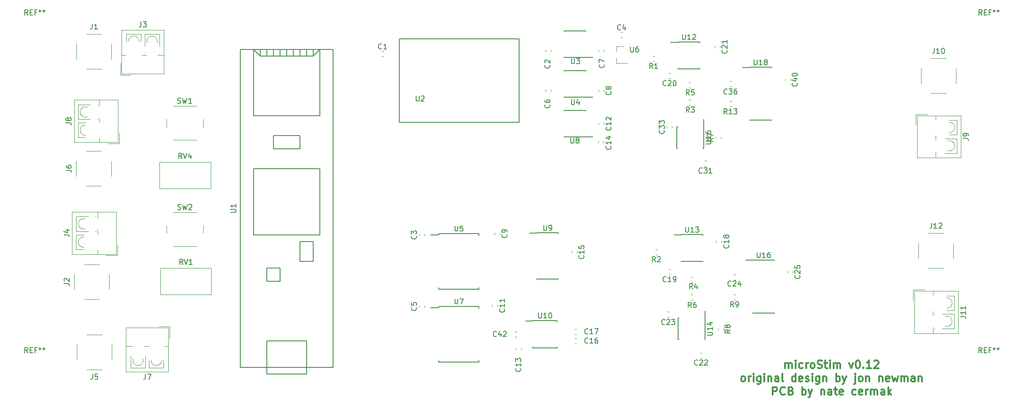
<source format=gto>
G04 #@! TF.GenerationSoftware,KiCad,Pcbnew,5.0.0-fee4fd1~66~ubuntu18.04.1*
G04 #@! TF.CreationDate,2018-10-14T12:51:31+03:00*
G04 #@! TF.ProjectId,microstim,6D6963726F7374696D2E6B696361645F,rev?*
G04 #@! TF.SameCoordinates,Original*
G04 #@! TF.FileFunction,Legend,Top*
G04 #@! TF.FilePolarity,Positive*
%FSLAX46Y46*%
G04 Gerber Fmt 4.6, Leading zero omitted, Abs format (unit mm)*
G04 Created by KiCad (PCBNEW 5.0.0-fee4fd1~66~ubuntu18.04.1) date Sun Oct 14 12:51:31 2018*
%MOMM*%
%LPD*%
G01*
G04 APERTURE LIST*
%ADD10C,0.300000*%
%ADD11C,0.150000*%
%ADD12C,0.120000*%
G04 APERTURE END LIST*
D10*
X209867028Y-90355971D02*
X209867028Y-89355971D01*
X209867028Y-89498828D02*
X209938457Y-89427400D01*
X210081314Y-89355971D01*
X210295600Y-89355971D01*
X210438457Y-89427400D01*
X210509885Y-89570257D01*
X210509885Y-90355971D01*
X210509885Y-89570257D02*
X210581314Y-89427400D01*
X210724171Y-89355971D01*
X210938457Y-89355971D01*
X211081314Y-89427400D01*
X211152742Y-89570257D01*
X211152742Y-90355971D01*
X211867028Y-90355971D02*
X211867028Y-89355971D01*
X211867028Y-88855971D02*
X211795600Y-88927400D01*
X211867028Y-88998828D01*
X211938457Y-88927400D01*
X211867028Y-88855971D01*
X211867028Y-88998828D01*
X213224171Y-90284542D02*
X213081314Y-90355971D01*
X212795600Y-90355971D01*
X212652742Y-90284542D01*
X212581314Y-90213114D01*
X212509885Y-90070257D01*
X212509885Y-89641685D01*
X212581314Y-89498828D01*
X212652742Y-89427400D01*
X212795600Y-89355971D01*
X213081314Y-89355971D01*
X213224171Y-89427400D01*
X213867028Y-90355971D02*
X213867028Y-89355971D01*
X213867028Y-89641685D02*
X213938457Y-89498828D01*
X214009885Y-89427400D01*
X214152742Y-89355971D01*
X214295600Y-89355971D01*
X215009885Y-90355971D02*
X214867028Y-90284542D01*
X214795600Y-90213114D01*
X214724171Y-90070257D01*
X214724171Y-89641685D01*
X214795600Y-89498828D01*
X214867028Y-89427400D01*
X215009885Y-89355971D01*
X215224171Y-89355971D01*
X215367028Y-89427400D01*
X215438457Y-89498828D01*
X215509885Y-89641685D01*
X215509885Y-90070257D01*
X215438457Y-90213114D01*
X215367028Y-90284542D01*
X215224171Y-90355971D01*
X215009885Y-90355971D01*
X216081314Y-90284542D02*
X216295600Y-90355971D01*
X216652742Y-90355971D01*
X216795600Y-90284542D01*
X216867028Y-90213114D01*
X216938457Y-90070257D01*
X216938457Y-89927400D01*
X216867028Y-89784542D01*
X216795600Y-89713114D01*
X216652742Y-89641685D01*
X216367028Y-89570257D01*
X216224171Y-89498828D01*
X216152742Y-89427400D01*
X216081314Y-89284542D01*
X216081314Y-89141685D01*
X216152742Y-88998828D01*
X216224171Y-88927400D01*
X216367028Y-88855971D01*
X216724171Y-88855971D01*
X216938457Y-88927400D01*
X217367028Y-89355971D02*
X217938457Y-89355971D01*
X217581314Y-88855971D02*
X217581314Y-90141685D01*
X217652742Y-90284542D01*
X217795600Y-90355971D01*
X217938457Y-90355971D01*
X218438457Y-90355971D02*
X218438457Y-89355971D01*
X218438457Y-88855971D02*
X218367028Y-88927400D01*
X218438457Y-88998828D01*
X218509885Y-88927400D01*
X218438457Y-88855971D01*
X218438457Y-88998828D01*
X219152742Y-90355971D02*
X219152742Y-89355971D01*
X219152742Y-89498828D02*
X219224171Y-89427400D01*
X219367028Y-89355971D01*
X219581314Y-89355971D01*
X219724171Y-89427400D01*
X219795600Y-89570257D01*
X219795600Y-90355971D01*
X219795600Y-89570257D02*
X219867028Y-89427400D01*
X220009885Y-89355971D01*
X220224171Y-89355971D01*
X220367028Y-89427400D01*
X220438457Y-89570257D01*
X220438457Y-90355971D01*
X222152742Y-89355971D02*
X222509885Y-90355971D01*
X222867028Y-89355971D01*
X223724171Y-88855971D02*
X223867028Y-88855971D01*
X224009885Y-88927400D01*
X224081314Y-88998828D01*
X224152742Y-89141685D01*
X224224171Y-89427400D01*
X224224171Y-89784542D01*
X224152742Y-90070257D01*
X224081314Y-90213114D01*
X224009885Y-90284542D01*
X223867028Y-90355971D01*
X223724171Y-90355971D01*
X223581314Y-90284542D01*
X223509885Y-90213114D01*
X223438457Y-90070257D01*
X223367028Y-89784542D01*
X223367028Y-89427400D01*
X223438457Y-89141685D01*
X223509885Y-88998828D01*
X223581314Y-88927400D01*
X223724171Y-88855971D01*
X224867028Y-90213114D02*
X224938457Y-90284542D01*
X224867028Y-90355971D01*
X224795600Y-90284542D01*
X224867028Y-90213114D01*
X224867028Y-90355971D01*
X226367028Y-90355971D02*
X225509885Y-90355971D01*
X225938457Y-90355971D02*
X225938457Y-88855971D01*
X225795600Y-89070257D01*
X225652742Y-89213114D01*
X225509885Y-89284542D01*
X226938457Y-88998828D02*
X227009885Y-88927400D01*
X227152742Y-88855971D01*
X227509885Y-88855971D01*
X227652742Y-88927400D01*
X227724171Y-88998828D01*
X227795600Y-89141685D01*
X227795600Y-89284542D01*
X227724171Y-89498828D01*
X226867028Y-90355971D01*
X227795600Y-90355971D01*
X201724171Y-92905971D02*
X201581314Y-92834542D01*
X201509885Y-92763114D01*
X201438457Y-92620257D01*
X201438457Y-92191685D01*
X201509885Y-92048828D01*
X201581314Y-91977400D01*
X201724171Y-91905971D01*
X201938457Y-91905971D01*
X202081314Y-91977400D01*
X202152742Y-92048828D01*
X202224171Y-92191685D01*
X202224171Y-92620257D01*
X202152742Y-92763114D01*
X202081314Y-92834542D01*
X201938457Y-92905971D01*
X201724171Y-92905971D01*
X202867028Y-92905971D02*
X202867028Y-91905971D01*
X202867028Y-92191685D02*
X202938457Y-92048828D01*
X203009885Y-91977400D01*
X203152742Y-91905971D01*
X203295600Y-91905971D01*
X203795600Y-92905971D02*
X203795600Y-91905971D01*
X203795600Y-91405971D02*
X203724171Y-91477400D01*
X203795600Y-91548828D01*
X203867028Y-91477400D01*
X203795600Y-91405971D01*
X203795600Y-91548828D01*
X205152742Y-91905971D02*
X205152742Y-93120257D01*
X205081314Y-93263114D01*
X205009885Y-93334542D01*
X204867028Y-93405971D01*
X204652742Y-93405971D01*
X204509885Y-93334542D01*
X205152742Y-92834542D02*
X205009885Y-92905971D01*
X204724171Y-92905971D01*
X204581314Y-92834542D01*
X204509885Y-92763114D01*
X204438457Y-92620257D01*
X204438457Y-92191685D01*
X204509885Y-92048828D01*
X204581314Y-91977400D01*
X204724171Y-91905971D01*
X205009885Y-91905971D01*
X205152742Y-91977400D01*
X205867028Y-92905971D02*
X205867028Y-91905971D01*
X205867028Y-91405971D02*
X205795600Y-91477400D01*
X205867028Y-91548828D01*
X205938457Y-91477400D01*
X205867028Y-91405971D01*
X205867028Y-91548828D01*
X206581314Y-91905971D02*
X206581314Y-92905971D01*
X206581314Y-92048828D02*
X206652742Y-91977400D01*
X206795600Y-91905971D01*
X207009885Y-91905971D01*
X207152742Y-91977400D01*
X207224171Y-92120257D01*
X207224171Y-92905971D01*
X208581314Y-92905971D02*
X208581314Y-92120257D01*
X208509885Y-91977400D01*
X208367028Y-91905971D01*
X208081314Y-91905971D01*
X207938457Y-91977400D01*
X208581314Y-92834542D02*
X208438457Y-92905971D01*
X208081314Y-92905971D01*
X207938457Y-92834542D01*
X207867028Y-92691685D01*
X207867028Y-92548828D01*
X207938457Y-92405971D01*
X208081314Y-92334542D01*
X208438457Y-92334542D01*
X208581314Y-92263114D01*
X209509885Y-92905971D02*
X209367028Y-92834542D01*
X209295600Y-92691685D01*
X209295600Y-91405971D01*
X211867028Y-92905971D02*
X211867028Y-91405971D01*
X211867028Y-92834542D02*
X211724171Y-92905971D01*
X211438457Y-92905971D01*
X211295600Y-92834542D01*
X211224171Y-92763114D01*
X211152742Y-92620257D01*
X211152742Y-92191685D01*
X211224171Y-92048828D01*
X211295600Y-91977400D01*
X211438457Y-91905971D01*
X211724171Y-91905971D01*
X211867028Y-91977400D01*
X213152742Y-92834542D02*
X213009885Y-92905971D01*
X212724171Y-92905971D01*
X212581314Y-92834542D01*
X212509885Y-92691685D01*
X212509885Y-92120257D01*
X212581314Y-91977400D01*
X212724171Y-91905971D01*
X213009885Y-91905971D01*
X213152742Y-91977400D01*
X213224171Y-92120257D01*
X213224171Y-92263114D01*
X212509885Y-92405971D01*
X213795600Y-92834542D02*
X213938457Y-92905971D01*
X214224171Y-92905971D01*
X214367028Y-92834542D01*
X214438457Y-92691685D01*
X214438457Y-92620257D01*
X214367028Y-92477400D01*
X214224171Y-92405971D01*
X214009885Y-92405971D01*
X213867028Y-92334542D01*
X213795600Y-92191685D01*
X213795600Y-92120257D01*
X213867028Y-91977400D01*
X214009885Y-91905971D01*
X214224171Y-91905971D01*
X214367028Y-91977400D01*
X215081314Y-92905971D02*
X215081314Y-91905971D01*
X215081314Y-91405971D02*
X215009885Y-91477400D01*
X215081314Y-91548828D01*
X215152742Y-91477400D01*
X215081314Y-91405971D01*
X215081314Y-91548828D01*
X216438457Y-91905971D02*
X216438457Y-93120257D01*
X216367028Y-93263114D01*
X216295600Y-93334542D01*
X216152742Y-93405971D01*
X215938457Y-93405971D01*
X215795600Y-93334542D01*
X216438457Y-92834542D02*
X216295600Y-92905971D01*
X216009885Y-92905971D01*
X215867028Y-92834542D01*
X215795600Y-92763114D01*
X215724171Y-92620257D01*
X215724171Y-92191685D01*
X215795600Y-92048828D01*
X215867028Y-91977400D01*
X216009885Y-91905971D01*
X216295600Y-91905971D01*
X216438457Y-91977400D01*
X217152742Y-91905971D02*
X217152742Y-92905971D01*
X217152742Y-92048828D02*
X217224171Y-91977400D01*
X217367028Y-91905971D01*
X217581314Y-91905971D01*
X217724171Y-91977400D01*
X217795600Y-92120257D01*
X217795600Y-92905971D01*
X219652742Y-92905971D02*
X219652742Y-91405971D01*
X219652742Y-91977400D02*
X219795600Y-91905971D01*
X220081314Y-91905971D01*
X220224171Y-91977400D01*
X220295600Y-92048828D01*
X220367028Y-92191685D01*
X220367028Y-92620257D01*
X220295600Y-92763114D01*
X220224171Y-92834542D01*
X220081314Y-92905971D01*
X219795600Y-92905971D01*
X219652742Y-92834542D01*
X220867028Y-91905971D02*
X221224171Y-92905971D01*
X221581314Y-91905971D02*
X221224171Y-92905971D01*
X221081314Y-93263114D01*
X221009885Y-93334542D01*
X220867028Y-93405971D01*
X223295600Y-91905971D02*
X223295600Y-93191685D01*
X223224171Y-93334542D01*
X223081314Y-93405971D01*
X223009885Y-93405971D01*
X223295600Y-91405971D02*
X223224171Y-91477400D01*
X223295600Y-91548828D01*
X223367028Y-91477400D01*
X223295600Y-91405971D01*
X223295600Y-91548828D01*
X224224171Y-92905971D02*
X224081314Y-92834542D01*
X224009885Y-92763114D01*
X223938457Y-92620257D01*
X223938457Y-92191685D01*
X224009885Y-92048828D01*
X224081314Y-91977400D01*
X224224171Y-91905971D01*
X224438457Y-91905971D01*
X224581314Y-91977400D01*
X224652742Y-92048828D01*
X224724171Y-92191685D01*
X224724171Y-92620257D01*
X224652742Y-92763114D01*
X224581314Y-92834542D01*
X224438457Y-92905971D01*
X224224171Y-92905971D01*
X225367028Y-91905971D02*
X225367028Y-92905971D01*
X225367028Y-92048828D02*
X225438457Y-91977400D01*
X225581314Y-91905971D01*
X225795600Y-91905971D01*
X225938457Y-91977400D01*
X226009885Y-92120257D01*
X226009885Y-92905971D01*
X227867028Y-91905971D02*
X227867028Y-92905971D01*
X227867028Y-92048828D02*
X227938457Y-91977400D01*
X228081314Y-91905971D01*
X228295600Y-91905971D01*
X228438457Y-91977400D01*
X228509885Y-92120257D01*
X228509885Y-92905971D01*
X229795600Y-92834542D02*
X229652742Y-92905971D01*
X229367028Y-92905971D01*
X229224171Y-92834542D01*
X229152742Y-92691685D01*
X229152742Y-92120257D01*
X229224171Y-91977400D01*
X229367028Y-91905971D01*
X229652742Y-91905971D01*
X229795600Y-91977400D01*
X229867028Y-92120257D01*
X229867028Y-92263114D01*
X229152742Y-92405971D01*
X230367028Y-91905971D02*
X230652742Y-92905971D01*
X230938457Y-92191685D01*
X231224171Y-92905971D01*
X231509885Y-91905971D01*
X232081314Y-92905971D02*
X232081314Y-91905971D01*
X232081314Y-92048828D02*
X232152742Y-91977400D01*
X232295600Y-91905971D01*
X232509885Y-91905971D01*
X232652742Y-91977400D01*
X232724171Y-92120257D01*
X232724171Y-92905971D01*
X232724171Y-92120257D02*
X232795600Y-91977400D01*
X232938457Y-91905971D01*
X233152742Y-91905971D01*
X233295600Y-91977400D01*
X233367028Y-92120257D01*
X233367028Y-92905971D01*
X234724171Y-92905971D02*
X234724171Y-92120257D01*
X234652742Y-91977400D01*
X234509885Y-91905971D01*
X234224171Y-91905971D01*
X234081314Y-91977400D01*
X234724171Y-92834542D02*
X234581314Y-92905971D01*
X234224171Y-92905971D01*
X234081314Y-92834542D01*
X234009885Y-92691685D01*
X234009885Y-92548828D01*
X234081314Y-92405971D01*
X234224171Y-92334542D01*
X234581314Y-92334542D01*
X234724171Y-92263114D01*
X235438457Y-91905971D02*
X235438457Y-92905971D01*
X235438457Y-92048828D02*
X235509885Y-91977400D01*
X235652742Y-91905971D01*
X235867028Y-91905971D01*
X236009885Y-91977400D01*
X236081314Y-92120257D01*
X236081314Y-92905971D01*
X207474171Y-95455971D02*
X207474171Y-93955971D01*
X208045600Y-93955971D01*
X208188457Y-94027400D01*
X208259885Y-94098828D01*
X208331314Y-94241685D01*
X208331314Y-94455971D01*
X208259885Y-94598828D01*
X208188457Y-94670257D01*
X208045600Y-94741685D01*
X207474171Y-94741685D01*
X209831314Y-95313114D02*
X209759885Y-95384542D01*
X209545600Y-95455971D01*
X209402742Y-95455971D01*
X209188457Y-95384542D01*
X209045600Y-95241685D01*
X208974171Y-95098828D01*
X208902742Y-94813114D01*
X208902742Y-94598828D01*
X208974171Y-94313114D01*
X209045600Y-94170257D01*
X209188457Y-94027400D01*
X209402742Y-93955971D01*
X209545600Y-93955971D01*
X209759885Y-94027400D01*
X209831314Y-94098828D01*
X210974171Y-94670257D02*
X211188457Y-94741685D01*
X211259885Y-94813114D01*
X211331314Y-94955971D01*
X211331314Y-95170257D01*
X211259885Y-95313114D01*
X211188457Y-95384542D01*
X211045600Y-95455971D01*
X210474171Y-95455971D01*
X210474171Y-93955971D01*
X210974171Y-93955971D01*
X211117028Y-94027400D01*
X211188457Y-94098828D01*
X211259885Y-94241685D01*
X211259885Y-94384542D01*
X211188457Y-94527400D01*
X211117028Y-94598828D01*
X210974171Y-94670257D01*
X210474171Y-94670257D01*
X213117028Y-95455971D02*
X213117028Y-93955971D01*
X213117028Y-94527400D02*
X213259885Y-94455971D01*
X213545600Y-94455971D01*
X213688457Y-94527400D01*
X213759885Y-94598828D01*
X213831314Y-94741685D01*
X213831314Y-95170257D01*
X213759885Y-95313114D01*
X213688457Y-95384542D01*
X213545600Y-95455971D01*
X213259885Y-95455971D01*
X213117028Y-95384542D01*
X214331314Y-94455971D02*
X214688457Y-95455971D01*
X215045600Y-94455971D02*
X214688457Y-95455971D01*
X214545600Y-95813114D01*
X214474171Y-95884542D01*
X214331314Y-95955971D01*
X216759885Y-94455971D02*
X216759885Y-95455971D01*
X216759885Y-94598828D02*
X216831314Y-94527400D01*
X216974171Y-94455971D01*
X217188457Y-94455971D01*
X217331314Y-94527400D01*
X217402742Y-94670257D01*
X217402742Y-95455971D01*
X218759885Y-95455971D02*
X218759885Y-94670257D01*
X218688457Y-94527400D01*
X218545600Y-94455971D01*
X218259885Y-94455971D01*
X218117028Y-94527400D01*
X218759885Y-95384542D02*
X218617028Y-95455971D01*
X218259885Y-95455971D01*
X218117028Y-95384542D01*
X218045600Y-95241685D01*
X218045600Y-95098828D01*
X218117028Y-94955971D01*
X218259885Y-94884542D01*
X218617028Y-94884542D01*
X218759885Y-94813114D01*
X219259885Y-94455971D02*
X219831314Y-94455971D01*
X219474171Y-93955971D02*
X219474171Y-95241685D01*
X219545600Y-95384542D01*
X219688457Y-95455971D01*
X219831314Y-95455971D01*
X220902742Y-95384542D02*
X220759885Y-95455971D01*
X220474171Y-95455971D01*
X220331314Y-95384542D01*
X220259885Y-95241685D01*
X220259885Y-94670257D01*
X220331314Y-94527400D01*
X220474171Y-94455971D01*
X220759885Y-94455971D01*
X220902742Y-94527400D01*
X220974171Y-94670257D01*
X220974171Y-94813114D01*
X220259885Y-94955971D01*
X223402742Y-95384542D02*
X223259885Y-95455971D01*
X222974171Y-95455971D01*
X222831314Y-95384542D01*
X222759885Y-95313114D01*
X222688457Y-95170257D01*
X222688457Y-94741685D01*
X222759885Y-94598828D01*
X222831314Y-94527400D01*
X222974171Y-94455971D01*
X223259885Y-94455971D01*
X223402742Y-94527400D01*
X224617028Y-95384542D02*
X224474171Y-95455971D01*
X224188457Y-95455971D01*
X224045600Y-95384542D01*
X223974171Y-95241685D01*
X223974171Y-94670257D01*
X224045600Y-94527400D01*
X224188457Y-94455971D01*
X224474171Y-94455971D01*
X224617028Y-94527400D01*
X224688457Y-94670257D01*
X224688457Y-94813114D01*
X223974171Y-94955971D01*
X225331314Y-95455971D02*
X225331314Y-94455971D01*
X225331314Y-94741685D02*
X225402742Y-94598828D01*
X225474171Y-94527400D01*
X225617028Y-94455971D01*
X225759885Y-94455971D01*
X226259885Y-95455971D02*
X226259885Y-94455971D01*
X226259885Y-94598828D02*
X226331314Y-94527400D01*
X226474171Y-94455971D01*
X226688457Y-94455971D01*
X226831314Y-94527400D01*
X226902742Y-94670257D01*
X226902742Y-95455971D01*
X226902742Y-94670257D02*
X226974171Y-94527400D01*
X227117028Y-94455971D01*
X227331314Y-94455971D01*
X227474171Y-94527400D01*
X227545600Y-94670257D01*
X227545600Y-95455971D01*
X228902742Y-95455971D02*
X228902742Y-94670257D01*
X228831314Y-94527400D01*
X228688457Y-94455971D01*
X228402742Y-94455971D01*
X228259885Y-94527400D01*
X228902742Y-95384542D02*
X228759885Y-95455971D01*
X228402742Y-95455971D01*
X228259885Y-95384542D01*
X228188457Y-95241685D01*
X228188457Y-95098828D01*
X228259885Y-94955971D01*
X228402742Y-94884542D01*
X228759885Y-94884542D01*
X228902742Y-94813114D01*
X229617028Y-95455971D02*
X229617028Y-93955971D01*
X229759885Y-94884542D02*
X230188457Y-95455971D01*
X230188457Y-94455971D02*
X229617028Y-95027400D01*
D11*
G04 #@! TO.C,U10*
X161505000Y-81320000D02*
X160155000Y-81320000D01*
X161505000Y-86445000D02*
X166155000Y-86445000D01*
X161505000Y-81195000D02*
X166155000Y-81195000D01*
X161505000Y-86445000D02*
X161505000Y-86220000D01*
X166155000Y-86445000D02*
X166155000Y-86220000D01*
X166155000Y-81195000D02*
X166155000Y-81420000D01*
X161505000Y-81195000D02*
X161505000Y-81320000D01*
D12*
G04 #@! TO.C,C1*
X132552221Y-29589000D02*
X132877779Y-29589000D01*
X132552221Y-30609000D02*
X132877779Y-30609000D01*
G04 #@! TO.C,C2*
X164974731Y-29313391D02*
X164974731Y-29638949D01*
X163954731Y-29313391D02*
X163954731Y-29638949D01*
G04 #@! TO.C,C3*
X140718000Y-64932779D02*
X140718000Y-64607221D01*
X139698000Y-64932779D02*
X139698000Y-64607221D01*
G04 #@! TO.C,C5*
X140718000Y-78648779D02*
X140718000Y-78323221D01*
X139698000Y-78648779D02*
X139698000Y-78323221D01*
G04 #@! TO.C,C6*
X164974731Y-36933391D02*
X164974731Y-37258949D01*
X163954731Y-36933391D02*
X163954731Y-37258949D01*
G04 #@! TO.C,C7*
X174114731Y-29313391D02*
X174114731Y-29638949D01*
X175134731Y-29313391D02*
X175134731Y-29638949D01*
G04 #@! TO.C,C8*
X174114731Y-36933391D02*
X174114731Y-37258949D01*
X175134731Y-36933391D02*
X175134731Y-37258949D01*
G04 #@! TO.C,C9*
X155196000Y-64353221D02*
X155196000Y-64678779D01*
X154176000Y-64353221D02*
X154176000Y-64678779D01*
G04 #@! TO.C,C11*
X154734004Y-78158407D02*
X154734004Y-78483965D01*
X153714004Y-78158407D02*
X153714004Y-78483965D01*
G04 #@! TO.C,C12*
X174114731Y-43283391D02*
X174114731Y-43608949D01*
X175134731Y-43283391D02*
X175134731Y-43608949D01*
G04 #@! TO.C,C13*
X159260000Y-86476721D02*
X159260000Y-86802279D01*
X158240000Y-86476721D02*
X158240000Y-86802279D01*
G04 #@! TO.C,C14*
X173988000Y-47152779D02*
X173988000Y-46827221D01*
X175008000Y-47152779D02*
X175008000Y-46827221D01*
G04 #@! TO.C,C15*
X168908000Y-67909221D02*
X168908000Y-68234779D01*
X169928000Y-67909221D02*
X169928000Y-68234779D01*
G04 #@! TO.C,C16*
X169860279Y-84580000D02*
X169534721Y-84580000D01*
X169860279Y-85600000D02*
X169534721Y-85600000D01*
G04 #@! TO.C,C17*
X169834779Y-82802000D02*
X169509221Y-82802000D01*
X169834779Y-83822000D02*
X169509221Y-83822000D01*
G04 #@! TO.C,C42*
X158404779Y-84330000D02*
X158079221Y-84330000D01*
X158404779Y-83310000D02*
X158079221Y-83310000D01*
G04 #@! TO.C,J1*
X74039776Y-28154504D02*
X74039776Y-31054504D01*
X80749776Y-28154504D02*
X80749776Y-31054504D01*
X75944776Y-32959504D02*
X78844776Y-32959504D01*
X75944776Y-26249504D02*
X78844776Y-26249504D01*
G04 #@! TO.C,J2*
X73620000Y-75232112D02*
X73620000Y-72332112D01*
X80330000Y-75232112D02*
X80330000Y-72332112D01*
X75525000Y-70427112D02*
X78425000Y-70427112D01*
X75525000Y-77137112D02*
X78425000Y-77137112D01*
G04 #@! TO.C,J3*
X82464776Y-34123504D02*
X84464776Y-34123504D01*
X82464776Y-31883504D02*
X82464776Y-34123504D01*
X89914776Y-29912504D02*
X89914776Y-29973504D01*
X89914776Y-26223504D02*
X89914776Y-28534504D01*
X87114776Y-29912504D02*
X87114776Y-29973504D01*
X87114776Y-26223504D02*
X87114776Y-28534504D01*
X89914776Y-29973504D02*
X89914776Y-29973504D01*
X87114776Y-29973504D02*
X87115776Y-29973504D01*
X87114776Y-26223504D02*
X89914776Y-26223504D01*
X86414776Y-26223504D02*
X86414776Y-27683504D01*
X83614776Y-26223504D02*
X83614776Y-27683504D01*
X83614776Y-26223504D02*
X86414776Y-26223504D01*
X90824776Y-25463504D02*
X90824776Y-33883504D01*
X82704776Y-25463504D02*
X82704776Y-33883504D01*
X82704776Y-33883504D02*
X90824776Y-33883504D01*
X82704776Y-25463504D02*
X90824776Y-25463504D01*
X89648776Y-30324504D02*
X90824776Y-30324504D01*
X86554776Y-30324504D02*
X87381776Y-30324504D01*
X82704776Y-30324504D02*
X83474776Y-30324504D01*
X87574861Y-27965737D02*
G75*
G02X89454776Y-27965504I939915J342233D01*
G01*
X84016886Y-27694070D02*
G75*
G02X86012776Y-27692504I997890J70566D01*
G01*
G04 #@! TO.C,J4*
X81875000Y-68712112D02*
X81875000Y-66712112D01*
X79635000Y-68712112D02*
X81875000Y-68712112D01*
X77664000Y-61262112D02*
X77725000Y-61262112D01*
X73975000Y-61262112D02*
X76286000Y-61262112D01*
X77664000Y-64062112D02*
X77725000Y-64062112D01*
X73975000Y-64062112D02*
X76286000Y-64062112D01*
X77725000Y-61262112D02*
X77725000Y-61262112D01*
X77725000Y-64062112D02*
X77725000Y-64061112D01*
X73975000Y-64062112D02*
X73975000Y-61262112D01*
X73975000Y-64762112D02*
X75435000Y-64762112D01*
X73975000Y-67562112D02*
X75435000Y-67562112D01*
X73975000Y-67562112D02*
X73975000Y-64762112D01*
X73215000Y-60352112D02*
X81635000Y-60352112D01*
X73215000Y-68472112D02*
X81635000Y-68472112D01*
X81635000Y-68472112D02*
X81635000Y-60352112D01*
X73215000Y-68472112D02*
X73215000Y-60352112D01*
X78076000Y-61528112D02*
X78076000Y-60352112D01*
X78076000Y-64622112D02*
X78076000Y-63795112D01*
X78076000Y-68472112D02*
X78076000Y-67702112D01*
X75717233Y-63602027D02*
G75*
G02X75717000Y-61722112I-342233J939915D01*
G01*
X75445566Y-67160002D02*
G75*
G02X75444000Y-65164112I-70566J997890D01*
G01*
G04 #@! TO.C,J5*
X80825000Y-88699000D02*
X80825000Y-85799000D01*
X74115000Y-88699000D02*
X74115000Y-85799000D01*
X78920000Y-83894000D02*
X76020000Y-83894000D01*
X78920000Y-90604000D02*
X76020000Y-90604000D01*
G04 #@! TO.C,J6*
X73988000Y-53520000D02*
X73988000Y-50620000D01*
X80698000Y-53520000D02*
X80698000Y-50620000D01*
X75893000Y-48715000D02*
X78793000Y-48715000D01*
X75893000Y-55425000D02*
X78793000Y-55425000D01*
G04 #@! TO.C,J7*
X90349890Y-88778434D02*
G75*
G02X88354000Y-88780000I-997890J-70566D01*
G01*
X86791915Y-88506767D02*
G75*
G02X84912000Y-88507000I-939915J-342233D01*
G01*
X91662000Y-86148000D02*
X90892000Y-86148000D01*
X87812000Y-86148000D02*
X86985000Y-86148000D01*
X84718000Y-86148000D02*
X83542000Y-86148000D01*
X91662000Y-91009000D02*
X83542000Y-91009000D01*
X91662000Y-82589000D02*
X83542000Y-82589000D01*
X91662000Y-91009000D02*
X91662000Y-82589000D01*
X83542000Y-91009000D02*
X83542000Y-82589000D01*
X90752000Y-90249000D02*
X87952000Y-90249000D01*
X90752000Y-90249000D02*
X90752000Y-88789000D01*
X87952000Y-90249000D02*
X87952000Y-88789000D01*
X87252000Y-90249000D02*
X84452000Y-90249000D01*
X87252000Y-86499000D02*
X87251000Y-86499000D01*
X84452000Y-86499000D02*
X84452000Y-86499000D01*
X87252000Y-90249000D02*
X87252000Y-87938000D01*
X87252000Y-86560000D02*
X87252000Y-86499000D01*
X84452000Y-90249000D02*
X84452000Y-87938000D01*
X84452000Y-86560000D02*
X84452000Y-86499000D01*
X91902000Y-84589000D02*
X91902000Y-82349000D01*
X91902000Y-82349000D02*
X89902000Y-82349000D01*
G04 #@! TO.C,J8*
X75813566Y-45701890D02*
G75*
G02X75812000Y-43706000I-70566J997890D01*
G01*
X76085233Y-42143915D02*
G75*
G02X76085000Y-40264000I-342233J939915D01*
G01*
X78444000Y-47014000D02*
X78444000Y-46244000D01*
X78444000Y-43164000D02*
X78444000Y-42337000D01*
X78444000Y-40070000D02*
X78444000Y-38894000D01*
X73583000Y-47014000D02*
X73583000Y-38894000D01*
X82003000Y-47014000D02*
X82003000Y-38894000D01*
X73583000Y-47014000D02*
X82003000Y-47014000D01*
X73583000Y-38894000D02*
X82003000Y-38894000D01*
X74343000Y-46104000D02*
X74343000Y-43304000D01*
X74343000Y-46104000D02*
X75803000Y-46104000D01*
X74343000Y-43304000D02*
X75803000Y-43304000D01*
X74343000Y-42604000D02*
X74343000Y-39804000D01*
X78093000Y-42604000D02*
X78093000Y-42603000D01*
X78093000Y-39804000D02*
X78093000Y-39804000D01*
X74343000Y-42604000D02*
X76654000Y-42604000D01*
X78032000Y-42604000D02*
X78093000Y-42604000D01*
X74343000Y-39804000D02*
X76654000Y-39804000D01*
X78032000Y-39804000D02*
X78093000Y-39804000D01*
X80003000Y-47254000D02*
X82243000Y-47254000D01*
X82243000Y-47254000D02*
X82243000Y-45254000D01*
G04 #@! TO.C,J9*
X241305434Y-43198110D02*
G75*
G02X241307000Y-45194000I70566J-997890D01*
G01*
X241033767Y-46756085D02*
G75*
G02X241034000Y-48636000I342233J-939915D01*
G01*
X238675000Y-41886000D02*
X238675000Y-42656000D01*
X238675000Y-45736000D02*
X238675000Y-46563000D01*
X238675000Y-48830000D02*
X238675000Y-50006000D01*
X243536000Y-41886000D02*
X243536000Y-50006000D01*
X235116000Y-41886000D02*
X235116000Y-50006000D01*
X243536000Y-41886000D02*
X235116000Y-41886000D01*
X243536000Y-50006000D02*
X235116000Y-50006000D01*
X242776000Y-42796000D02*
X242776000Y-45596000D01*
X242776000Y-42796000D02*
X241316000Y-42796000D01*
X242776000Y-45596000D02*
X241316000Y-45596000D01*
X242776000Y-46296000D02*
X242776000Y-49096000D01*
X239026000Y-46296000D02*
X239026000Y-46297000D01*
X239026000Y-49096000D02*
X239026000Y-49096000D01*
X242776000Y-46296000D02*
X240465000Y-46296000D01*
X239087000Y-46296000D02*
X239026000Y-46296000D01*
X242776000Y-49096000D02*
X240465000Y-49096000D01*
X239087000Y-49096000D02*
X239026000Y-49096000D01*
X237116000Y-41646000D02*
X234876000Y-41646000D01*
X234876000Y-41646000D02*
X234876000Y-43646000D01*
G04 #@! TO.C,J10*
X235913000Y-32840000D02*
X235913000Y-35740000D01*
X242623000Y-32840000D02*
X242623000Y-35740000D01*
X237818000Y-37645000D02*
X240718000Y-37645000D01*
X237818000Y-30935000D02*
X240718000Y-30935000D01*
G04 #@! TO.C,J12*
X237310000Y-64463000D02*
X240210000Y-64463000D01*
X237310000Y-71173000D02*
X240210000Y-71173000D01*
X242115000Y-66368000D02*
X242115000Y-69268000D01*
X235405000Y-66368000D02*
X235405000Y-69268000D01*
G04 #@! TO.C,RV1*
X90111000Y-71130000D02*
X99881000Y-71130000D01*
X90111000Y-76200000D02*
X99881000Y-76200000D01*
X90111000Y-71130000D02*
X90111000Y-76200000D01*
X99881000Y-71130000D02*
X99881000Y-76200000D01*
G04 #@! TO.C,SW1*
X92544000Y-46593000D02*
X97044000Y-46593000D01*
X91294000Y-42593000D02*
X91294000Y-44093000D01*
X97044000Y-40093000D02*
X92544000Y-40093000D01*
X98294000Y-44093000D02*
X98294000Y-42593000D01*
G04 #@! TO.C,SW2*
X98317000Y-64468000D02*
X98317000Y-62968000D01*
X97067000Y-60468000D02*
X92567000Y-60468000D01*
X91317000Y-62968000D02*
X91317000Y-64468000D01*
X92567000Y-66968000D02*
X97067000Y-66968000D01*
D11*
G04 #@! TO.C,U1*
X110490000Y-73660000D02*
X113030000Y-73660000D01*
X113030000Y-73660000D02*
X113030000Y-71120000D01*
X113030000Y-71120000D02*
X110490000Y-71120000D01*
X110490000Y-71120000D02*
X110490000Y-73660000D01*
X119380000Y-66040000D02*
X119380000Y-69850000D01*
X119380000Y-69850000D02*
X116840000Y-69850000D01*
X116840000Y-69850000D02*
X116840000Y-66040000D01*
X116840000Y-66040000D02*
X119380000Y-66040000D01*
X120650000Y-52070000D02*
X107950000Y-52070000D01*
X107950000Y-64770000D02*
X120650000Y-64770000D01*
X120650000Y-64770000D02*
X120650000Y-52070000D01*
X107950000Y-64770000D02*
X107950000Y-52070000D01*
X119380000Y-30480000D02*
X119380000Y-29210000D01*
X118110000Y-30480000D02*
X118110000Y-29210000D01*
X116840000Y-30480000D02*
X116840000Y-29210000D01*
X115570000Y-30480000D02*
X115570000Y-29210000D01*
X114300000Y-30480000D02*
X114300000Y-29210000D01*
X113030000Y-30480000D02*
X113030000Y-29210000D01*
X111760000Y-30480000D02*
X111760000Y-29210000D01*
X110490000Y-30480000D02*
X110490000Y-29210000D01*
X109220000Y-30480000D02*
X109220000Y-29210000D01*
X120650000Y-29210000D02*
X119380000Y-30480000D01*
X119380000Y-30480000D02*
X109220000Y-30480000D01*
X109220000Y-30480000D02*
X107950000Y-29210000D01*
X107950000Y-29210000D02*
X107950000Y-41910000D01*
X107950000Y-41910000D02*
X120650000Y-41910000D01*
X120650000Y-41910000D02*
X120650000Y-29210000D01*
X105410000Y-29210000D02*
X105410000Y-90170000D01*
X123190000Y-90170000D02*
X123190000Y-29210000D01*
X118110000Y-90170000D02*
X118110000Y-91440000D01*
X118110000Y-91440000D02*
X110490000Y-91440000D01*
X110490000Y-91440000D02*
X110490000Y-90170000D01*
X118110000Y-85090000D02*
X110490000Y-85090000D01*
X110490000Y-85090000D02*
X110490000Y-90170000D01*
X118110000Y-85090000D02*
X118110000Y-90170000D01*
X111760000Y-45720000D02*
X116840000Y-45720000D01*
X116840000Y-45720000D02*
X116840000Y-48260000D01*
X116840000Y-48260000D02*
X111760000Y-48260000D01*
X111760000Y-48260000D02*
X111760000Y-45720000D01*
X105410000Y-29210000D02*
X123190000Y-29210000D01*
X123190000Y-90170000D02*
X105410000Y-90170000D01*
G04 #@! TO.C,U2*
X135890000Y-43180000D02*
X135890000Y-27180000D01*
X135890000Y-27180000D02*
X158890000Y-27180000D01*
X158890000Y-27180000D02*
X158890000Y-43180000D01*
X158890000Y-43180000D02*
X135890000Y-43180000D01*
G04 #@! TO.C,U3*
X171619731Y-30781170D02*
X171619731Y-30731170D01*
X167469731Y-30781170D02*
X167469731Y-30636170D01*
X167469731Y-25631170D02*
X167469731Y-25776170D01*
X171619731Y-25631170D02*
X171619731Y-25776170D01*
X171619731Y-30781170D02*
X167469731Y-30781170D01*
X171619731Y-25631170D02*
X167469731Y-25631170D01*
X171619731Y-30731170D02*
X173019731Y-30731170D01*
G04 #@! TO.C,U4*
X171619731Y-38401170D02*
X171619731Y-38351170D01*
X167469731Y-38401170D02*
X167469731Y-38256170D01*
X167469731Y-33251170D02*
X167469731Y-33396170D01*
X171619731Y-33251170D02*
X171619731Y-33396170D01*
X171619731Y-38401170D02*
X167469731Y-38401170D01*
X171619731Y-33251170D02*
X167469731Y-33251170D01*
X171619731Y-38351170D02*
X173019731Y-38351170D01*
G04 #@! TO.C,U5*
X143445000Y-64800000D02*
X141920000Y-64800000D01*
X143445000Y-75175000D02*
X151195000Y-75175000D01*
X143445000Y-64525000D02*
X151195000Y-64525000D01*
X143445000Y-75175000D02*
X143445000Y-74820000D01*
X151195000Y-75175000D02*
X151195000Y-74820000D01*
X151195000Y-64525000D02*
X151195000Y-64880000D01*
X143445000Y-64525000D02*
X143445000Y-64800000D01*
G04 #@! TO.C,U7*
X143445000Y-78495000D02*
X143445000Y-78770000D01*
X151195000Y-78495000D02*
X151195000Y-78850000D01*
X151195000Y-89145000D02*
X151195000Y-88790000D01*
X143445000Y-89145000D02*
X143445000Y-88790000D01*
X143445000Y-78495000D02*
X151195000Y-78495000D01*
X143445000Y-89145000D02*
X151195000Y-89145000D01*
X143445000Y-78770000D02*
X141920000Y-78770000D01*
G04 #@! TO.C,U8*
X171619731Y-45971170D02*
X173019731Y-45971170D01*
X171619731Y-40871170D02*
X167469731Y-40871170D01*
X171619731Y-46021170D02*
X167469731Y-46021170D01*
X171619731Y-40871170D02*
X171619731Y-41016170D01*
X167469731Y-40871170D02*
X167469731Y-41016170D01*
X167469731Y-46021170D02*
X167469731Y-45876170D01*
X171619731Y-46021170D02*
X171619731Y-45971170D01*
G04 #@! TO.C,U9*
X162263000Y-64384000D02*
X162263000Y-64409000D01*
X166413000Y-64384000D02*
X166413000Y-64499000D01*
X166413000Y-73284000D02*
X166413000Y-73169000D01*
X162263000Y-73284000D02*
X162263000Y-73169000D01*
X162263000Y-64384000D02*
X166413000Y-64384000D01*
X162263000Y-73284000D02*
X166413000Y-73284000D01*
X162263000Y-64409000D02*
X160888000Y-64409000D01*
D12*
G04 #@! TO.C,RV4*
X89984000Y-50810000D02*
X99754000Y-50810000D01*
X89984000Y-55880000D02*
X99754000Y-55880000D01*
X89984000Y-50810000D02*
X89984000Y-55880000D01*
X99754000Y-50810000D02*
X99754000Y-55880000D01*
G04 #@! TO.C,J11*
X240797434Y-76853110D02*
G75*
G02X240799000Y-78849000I70566J-997890D01*
G01*
X240525767Y-80411085D02*
G75*
G02X240526000Y-82291000I342233J-939915D01*
G01*
X238167000Y-75541000D02*
X238167000Y-76311000D01*
X238167000Y-79391000D02*
X238167000Y-80218000D01*
X238167000Y-82485000D02*
X238167000Y-83661000D01*
X243028000Y-75541000D02*
X243028000Y-83661000D01*
X234608000Y-75541000D02*
X234608000Y-83661000D01*
X243028000Y-75541000D02*
X234608000Y-75541000D01*
X243028000Y-83661000D02*
X234608000Y-83661000D01*
X242268000Y-76451000D02*
X242268000Y-79251000D01*
X242268000Y-76451000D02*
X240808000Y-76451000D01*
X242268000Y-79251000D02*
X240808000Y-79251000D01*
X242268000Y-79951000D02*
X242268000Y-82751000D01*
X238518000Y-79951000D02*
X238518000Y-79952000D01*
X238518000Y-82751000D02*
X238518000Y-82751000D01*
X242268000Y-79951000D02*
X239957000Y-79951000D01*
X238579000Y-79951000D02*
X238518000Y-79951000D01*
X242268000Y-82751000D02*
X239957000Y-82751000D01*
X238579000Y-82751000D02*
X238518000Y-82751000D01*
X236608000Y-75301000D02*
X234368000Y-75301000D01*
X234368000Y-75301000D02*
X234368000Y-77301000D01*
G04 #@! TO.C,C18*
X196594000Y-65877221D02*
X196594000Y-66202779D01*
X197614000Y-65877221D02*
X197614000Y-66202779D01*
G04 #@! TO.C,C19*
X187868779Y-72392000D02*
X187543221Y-72392000D01*
X187868779Y-71372000D02*
X187543221Y-71372000D01*
G04 #@! TO.C,C20*
X187868779Y-34800000D02*
X187543221Y-34800000D01*
X187868779Y-33780000D02*
X187543221Y-33780000D01*
G04 #@! TO.C,C21*
X196340000Y-28539221D02*
X196340000Y-28864779D01*
X197360000Y-28539221D02*
X197360000Y-28864779D01*
G04 #@! TO.C,C22*
X193902320Y-88376447D02*
X193576762Y-88376447D01*
X193902320Y-87356447D02*
X193576762Y-87356447D01*
G04 #@! TO.C,C23*
X187289221Y-80520000D02*
X187614779Y-80520000D01*
X187289221Y-79500000D02*
X187614779Y-79500000D01*
G04 #@! TO.C,C24*
X199989221Y-72388000D02*
X200314779Y-72388000D01*
X199989221Y-73408000D02*
X200314779Y-73408000D01*
G04 #@! TO.C,C25*
X210310000Y-71719221D02*
X210310000Y-72044779D01*
X211330000Y-71719221D02*
X211330000Y-72044779D01*
G04 #@! TO.C,C31*
X194752279Y-51564000D02*
X194426721Y-51564000D01*
X194752279Y-50544000D02*
X194426721Y-50544000D01*
G04 #@! TO.C,C33*
X188194771Y-44254012D02*
X188194771Y-43928454D01*
X187174771Y-44254012D02*
X187174771Y-43928454D01*
G04 #@! TO.C,C36*
X199227221Y-35304000D02*
X199552779Y-35304000D01*
X199227221Y-36324000D02*
X199552779Y-36324000D01*
G04 #@! TO.C,C40*
X209802000Y-34863721D02*
X209802000Y-35189279D01*
X210822000Y-34863721D02*
X210822000Y-35189279D01*
G04 #@! TO.C,R1*
X184820779Y-31498000D02*
X184495221Y-31498000D01*
X184820779Y-30478000D02*
X184495221Y-30478000D01*
G04 #@! TO.C,R2*
X185328779Y-67562000D02*
X185003221Y-67562000D01*
X185328779Y-68582000D02*
X185003221Y-68582000D01*
G04 #@! TO.C,R3*
X191353221Y-38860000D02*
X191678779Y-38860000D01*
X191353221Y-39880000D02*
X191678779Y-39880000D01*
G04 #@! TO.C,R4*
X191861221Y-72896000D02*
X192186779Y-72896000D01*
X191861221Y-73916000D02*
X192186779Y-73916000D01*
G04 #@! TO.C,R5*
X191378721Y-36578000D02*
X191704279Y-36578000D01*
X191378721Y-35558000D02*
X191704279Y-35558000D01*
G04 #@! TO.C,R6*
X191835721Y-77218000D02*
X192161279Y-77218000D01*
X191835721Y-76198000D02*
X192161279Y-76198000D01*
G04 #@! TO.C,R7*
X196521170Y-46272542D02*
X196521170Y-45946984D01*
X197541170Y-46272542D02*
X197541170Y-45946984D01*
G04 #@! TO.C,R8*
X198059541Y-82949226D02*
X198059541Y-82623668D01*
X197039541Y-82949226D02*
X197039541Y-82623668D01*
G04 #@! TO.C,R9*
X200314779Y-77218000D02*
X199989221Y-77218000D01*
X200314779Y-76198000D02*
X199989221Y-76198000D01*
G04 #@! TO.C,R13*
X199552779Y-39114000D02*
X199227221Y-39114000D01*
X199552779Y-40134000D02*
X199227221Y-40134000D01*
D11*
G04 #@! TO.C,U12*
X189347000Y-27828000D02*
X187947000Y-27828000D01*
X189347000Y-32928000D02*
X193497000Y-32928000D01*
X189347000Y-27778000D02*
X193497000Y-27778000D01*
X189347000Y-32928000D02*
X189347000Y-32783000D01*
X193497000Y-32928000D02*
X193497000Y-32783000D01*
X193497000Y-27778000D02*
X193497000Y-27923000D01*
X189347000Y-27778000D02*
X189347000Y-27828000D01*
G04 #@! TO.C,U13*
X189949000Y-64785000D02*
X188549000Y-64785000D01*
X189949000Y-69885000D02*
X194099000Y-69885000D01*
X189949000Y-64735000D02*
X194099000Y-64735000D01*
X189949000Y-69885000D02*
X189949000Y-69740000D01*
X194099000Y-69885000D02*
X194099000Y-69740000D01*
X194099000Y-64735000D02*
X194099000Y-64880000D01*
X189949000Y-64735000D02*
X189949000Y-64785000D01*
G04 #@! TO.C,U14*
X194536541Y-80711447D02*
X194486541Y-80711447D01*
X194536541Y-84861447D02*
X194391541Y-84861447D01*
X189386541Y-84861447D02*
X189531541Y-84861447D01*
X189386541Y-80711447D02*
X189531541Y-80711447D01*
X194536541Y-80711447D02*
X194536541Y-84861447D01*
X189386541Y-80711447D02*
X189386541Y-84861447D01*
X194486541Y-80711447D02*
X194486541Y-79311447D01*
G04 #@! TO.C,U15*
X194272170Y-44009263D02*
X194222170Y-44009263D01*
X194272170Y-48159263D02*
X194127170Y-48159263D01*
X189122170Y-48159263D02*
X189267170Y-48159263D01*
X189122170Y-44009263D02*
X189267170Y-44009263D01*
X194272170Y-44009263D02*
X194272170Y-48159263D01*
X189122170Y-44009263D02*
X189122170Y-48159263D01*
X194222170Y-44009263D02*
X194222170Y-42609263D01*
G04 #@! TO.C,U16*
X203665000Y-69626000D02*
X202290000Y-69626000D01*
X203665000Y-79751000D02*
X207815000Y-79751000D01*
X203665000Y-69601000D02*
X207815000Y-69601000D01*
X203665000Y-79751000D02*
X203665000Y-79646000D01*
X207815000Y-79751000D02*
X207815000Y-79646000D01*
X207815000Y-69601000D02*
X207815000Y-69706000D01*
X203665000Y-69601000D02*
X203665000Y-69626000D01*
G04 #@! TO.C,U18*
X203063000Y-32644000D02*
X203063000Y-32669000D01*
X207213000Y-32644000D02*
X207213000Y-32749000D01*
X207213000Y-42794000D02*
X207213000Y-42689000D01*
X203063000Y-42794000D02*
X203063000Y-42689000D01*
X203063000Y-32644000D02*
X207213000Y-32644000D01*
X203063000Y-42794000D02*
X207213000Y-42794000D01*
X203063000Y-32669000D02*
X201688000Y-32669000D01*
D12*
G04 #@! TO.C,C4*
X178699279Y-26900600D02*
X178373721Y-26900600D01*
X178699279Y-25880600D02*
X178373721Y-25880600D01*
G04 #@! TO.C,U6*
X177497200Y-28646000D02*
X177497200Y-29576000D01*
X177497200Y-31806000D02*
X177497200Y-30876000D01*
X177497200Y-31806000D02*
X179657200Y-31806000D01*
X177497200Y-28646000D02*
X178957200Y-28646000D01*
G04 #@! TO.C,U10*
D11*
X162591904Y-79722380D02*
X162591904Y-80531904D01*
X162639523Y-80627142D01*
X162687142Y-80674761D01*
X162782380Y-80722380D01*
X162972857Y-80722380D01*
X163068095Y-80674761D01*
X163115714Y-80627142D01*
X163163333Y-80531904D01*
X163163333Y-79722380D01*
X164163333Y-80722380D02*
X163591904Y-80722380D01*
X163877619Y-80722380D02*
X163877619Y-79722380D01*
X163782380Y-79865238D01*
X163687142Y-79960476D01*
X163591904Y-80008095D01*
X164782380Y-79722380D02*
X164877619Y-79722380D01*
X164972857Y-79770000D01*
X165020476Y-79817619D01*
X165068095Y-79912857D01*
X165115714Y-80103333D01*
X165115714Y-80341428D01*
X165068095Y-80531904D01*
X165020476Y-80627142D01*
X164972857Y-80674761D01*
X164877619Y-80722380D01*
X164782380Y-80722380D01*
X164687142Y-80674761D01*
X164639523Y-80627142D01*
X164591904Y-80531904D01*
X164544285Y-80341428D01*
X164544285Y-80103333D01*
X164591904Y-79912857D01*
X164639523Y-79817619D01*
X164687142Y-79770000D01*
X164782380Y-79722380D01*
G04 #@! TO.C,C1*
X132548333Y-29026142D02*
X132500714Y-29073761D01*
X132357857Y-29121380D01*
X132262619Y-29121380D01*
X132119761Y-29073761D01*
X132024523Y-28978523D01*
X131976904Y-28883285D01*
X131929285Y-28692809D01*
X131929285Y-28549952D01*
X131976904Y-28359476D01*
X132024523Y-28264238D01*
X132119761Y-28169000D01*
X132262619Y-28121380D01*
X132357857Y-28121380D01*
X132500714Y-28169000D01*
X132548333Y-28216619D01*
X133500714Y-29121380D02*
X132929285Y-29121380D01*
X133215000Y-29121380D02*
X133215000Y-28121380D01*
X133119761Y-28264238D01*
X133024523Y-28359476D01*
X132929285Y-28407095D01*
G04 #@! TO.C,C2*
X164695142Y-32170666D02*
X164742761Y-32218285D01*
X164790380Y-32361142D01*
X164790380Y-32456380D01*
X164742761Y-32599238D01*
X164647523Y-32694476D01*
X164552285Y-32742095D01*
X164361809Y-32789714D01*
X164218952Y-32789714D01*
X164028476Y-32742095D01*
X163933238Y-32694476D01*
X163838000Y-32599238D01*
X163790380Y-32456380D01*
X163790380Y-32361142D01*
X163838000Y-32218285D01*
X163885619Y-32170666D01*
X163885619Y-31789714D02*
X163838000Y-31742095D01*
X163790380Y-31646857D01*
X163790380Y-31408761D01*
X163838000Y-31313523D01*
X163885619Y-31265904D01*
X163980857Y-31218285D01*
X164076095Y-31218285D01*
X164218952Y-31265904D01*
X164790380Y-31837333D01*
X164790380Y-31218285D01*
G04 #@! TO.C,C3*
X139135142Y-64936666D02*
X139182761Y-64984285D01*
X139230380Y-65127142D01*
X139230380Y-65222380D01*
X139182761Y-65365238D01*
X139087523Y-65460476D01*
X138992285Y-65508095D01*
X138801809Y-65555714D01*
X138658952Y-65555714D01*
X138468476Y-65508095D01*
X138373238Y-65460476D01*
X138278000Y-65365238D01*
X138230380Y-65222380D01*
X138230380Y-65127142D01*
X138278000Y-64984285D01*
X138325619Y-64936666D01*
X138230380Y-64603333D02*
X138230380Y-63984285D01*
X138611333Y-64317619D01*
X138611333Y-64174761D01*
X138658952Y-64079523D01*
X138706571Y-64031904D01*
X138801809Y-63984285D01*
X139039904Y-63984285D01*
X139135142Y-64031904D01*
X139182761Y-64079523D01*
X139230380Y-64174761D01*
X139230380Y-64460476D01*
X139182761Y-64555714D01*
X139135142Y-64603333D01*
G04 #@! TO.C,C5*
X139135142Y-78652666D02*
X139182761Y-78700285D01*
X139230380Y-78843142D01*
X139230380Y-78938380D01*
X139182761Y-79081238D01*
X139087523Y-79176476D01*
X138992285Y-79224095D01*
X138801809Y-79271714D01*
X138658952Y-79271714D01*
X138468476Y-79224095D01*
X138373238Y-79176476D01*
X138278000Y-79081238D01*
X138230380Y-78938380D01*
X138230380Y-78843142D01*
X138278000Y-78700285D01*
X138325619Y-78652666D01*
X138230380Y-77747904D02*
X138230380Y-78224095D01*
X138706571Y-78271714D01*
X138658952Y-78224095D01*
X138611333Y-78128857D01*
X138611333Y-77890761D01*
X138658952Y-77795523D01*
X138706571Y-77747904D01*
X138801809Y-77700285D01*
X139039904Y-77700285D01*
X139135142Y-77747904D01*
X139182761Y-77795523D01*
X139230380Y-77890761D01*
X139230380Y-78128857D01*
X139182761Y-78224095D01*
X139135142Y-78271714D01*
G04 #@! TO.C,C6*
X164695142Y-39790666D02*
X164742761Y-39838285D01*
X164790380Y-39981142D01*
X164790380Y-40076380D01*
X164742761Y-40219238D01*
X164647523Y-40314476D01*
X164552285Y-40362095D01*
X164361809Y-40409714D01*
X164218952Y-40409714D01*
X164028476Y-40362095D01*
X163933238Y-40314476D01*
X163838000Y-40219238D01*
X163790380Y-40076380D01*
X163790380Y-39981142D01*
X163838000Y-39838285D01*
X163885619Y-39790666D01*
X163790380Y-38933523D02*
X163790380Y-39124000D01*
X163838000Y-39219238D01*
X163885619Y-39266857D01*
X164028476Y-39362095D01*
X164218952Y-39409714D01*
X164599904Y-39409714D01*
X164695142Y-39362095D01*
X164742761Y-39314476D01*
X164790380Y-39219238D01*
X164790380Y-39028761D01*
X164742761Y-38933523D01*
X164695142Y-38885904D01*
X164599904Y-38838285D01*
X164361809Y-38838285D01*
X164266571Y-38885904D01*
X164218952Y-38933523D01*
X164171333Y-39028761D01*
X164171333Y-39219238D01*
X164218952Y-39314476D01*
X164266571Y-39362095D01*
X164361809Y-39409714D01*
G04 #@! TO.C,C7*
X175109142Y-32069066D02*
X175156761Y-32116685D01*
X175204380Y-32259542D01*
X175204380Y-32354780D01*
X175156761Y-32497638D01*
X175061523Y-32592876D01*
X174966285Y-32640495D01*
X174775809Y-32688114D01*
X174632952Y-32688114D01*
X174442476Y-32640495D01*
X174347238Y-32592876D01*
X174252000Y-32497638D01*
X174204380Y-32354780D01*
X174204380Y-32259542D01*
X174252000Y-32116685D01*
X174299619Y-32069066D01*
X174204380Y-31735733D02*
X174204380Y-31069066D01*
X175204380Y-31497638D01*
G04 #@! TO.C,C8*
X176411873Y-37262836D02*
X176459492Y-37310455D01*
X176507111Y-37453312D01*
X176507111Y-37548550D01*
X176459492Y-37691408D01*
X176364254Y-37786646D01*
X176269016Y-37834265D01*
X176078540Y-37881884D01*
X175935683Y-37881884D01*
X175745207Y-37834265D01*
X175649969Y-37786646D01*
X175554731Y-37691408D01*
X175507111Y-37548550D01*
X175507111Y-37453312D01*
X175554731Y-37310455D01*
X175602350Y-37262836D01*
X175935683Y-36691408D02*
X175888064Y-36786646D01*
X175840445Y-36834265D01*
X175745207Y-36881884D01*
X175697588Y-36881884D01*
X175602350Y-36834265D01*
X175554731Y-36786646D01*
X175507111Y-36691408D01*
X175507111Y-36500931D01*
X175554731Y-36405693D01*
X175602350Y-36358074D01*
X175697588Y-36310455D01*
X175745207Y-36310455D01*
X175840445Y-36358074D01*
X175888064Y-36405693D01*
X175935683Y-36500931D01*
X175935683Y-36691408D01*
X175983302Y-36786646D01*
X176030921Y-36834265D01*
X176126159Y-36881884D01*
X176316635Y-36881884D01*
X176411873Y-36834265D01*
X176459492Y-36786646D01*
X176507111Y-36691408D01*
X176507111Y-36500931D01*
X176459492Y-36405693D01*
X176411873Y-36358074D01*
X176316635Y-36310455D01*
X176126159Y-36310455D01*
X176030921Y-36358074D01*
X175983302Y-36405693D01*
X175935683Y-36500931D01*
G04 #@! TO.C,C9*
X156473142Y-64682666D02*
X156520761Y-64730285D01*
X156568380Y-64873142D01*
X156568380Y-64968380D01*
X156520761Y-65111238D01*
X156425523Y-65206476D01*
X156330285Y-65254095D01*
X156139809Y-65301714D01*
X155996952Y-65301714D01*
X155806476Y-65254095D01*
X155711238Y-65206476D01*
X155616000Y-65111238D01*
X155568380Y-64968380D01*
X155568380Y-64873142D01*
X155616000Y-64730285D01*
X155663619Y-64682666D01*
X156568380Y-64206476D02*
X156568380Y-64016000D01*
X156520761Y-63920761D01*
X156473142Y-63873142D01*
X156330285Y-63777904D01*
X156139809Y-63730285D01*
X155758857Y-63730285D01*
X155663619Y-63777904D01*
X155616000Y-63825523D01*
X155568380Y-63920761D01*
X155568380Y-64111238D01*
X155616000Y-64206476D01*
X155663619Y-64254095D01*
X155758857Y-64301714D01*
X155996952Y-64301714D01*
X156092190Y-64254095D01*
X156139809Y-64206476D01*
X156187428Y-64111238D01*
X156187428Y-63920761D01*
X156139809Y-63825523D01*
X156092190Y-63777904D01*
X155996952Y-63730285D01*
G04 #@! TO.C,C11*
X156011146Y-78964043D02*
X156058765Y-79011662D01*
X156106384Y-79154519D01*
X156106384Y-79249757D01*
X156058765Y-79392614D01*
X155963527Y-79487852D01*
X155868289Y-79535471D01*
X155677813Y-79583090D01*
X155534956Y-79583090D01*
X155344480Y-79535471D01*
X155249242Y-79487852D01*
X155154004Y-79392614D01*
X155106384Y-79249757D01*
X155106384Y-79154519D01*
X155154004Y-79011662D01*
X155201623Y-78964043D01*
X156106384Y-78011662D02*
X156106384Y-78583090D01*
X156106384Y-78297376D02*
X155106384Y-78297376D01*
X155249242Y-78392614D01*
X155344480Y-78487852D01*
X155392099Y-78583090D01*
X156106384Y-77059281D02*
X156106384Y-77630709D01*
X156106384Y-77344995D02*
X155106384Y-77344995D01*
X155249242Y-77440233D01*
X155344480Y-77535471D01*
X155392099Y-77630709D01*
G04 #@! TO.C,C12*
X176411873Y-44089027D02*
X176459492Y-44136646D01*
X176507111Y-44279503D01*
X176507111Y-44374741D01*
X176459492Y-44517598D01*
X176364254Y-44612836D01*
X176269016Y-44660455D01*
X176078540Y-44708074D01*
X175935683Y-44708074D01*
X175745207Y-44660455D01*
X175649969Y-44612836D01*
X175554731Y-44517598D01*
X175507111Y-44374741D01*
X175507111Y-44279503D01*
X175554731Y-44136646D01*
X175602350Y-44089027D01*
X176507111Y-43136646D02*
X176507111Y-43708074D01*
X176507111Y-43422360D02*
X175507111Y-43422360D01*
X175649969Y-43517598D01*
X175745207Y-43612836D01*
X175792826Y-43708074D01*
X175602350Y-42755693D02*
X175554731Y-42708074D01*
X175507111Y-42612836D01*
X175507111Y-42374741D01*
X175554731Y-42279503D01*
X175602350Y-42231884D01*
X175697588Y-42184265D01*
X175792826Y-42184265D01*
X175935683Y-42231884D01*
X176507111Y-42803312D01*
X176507111Y-42184265D01*
G04 #@! TO.C,C13*
X159107142Y-90330357D02*
X159154761Y-90377976D01*
X159202380Y-90520833D01*
X159202380Y-90616071D01*
X159154761Y-90758928D01*
X159059523Y-90854166D01*
X158964285Y-90901785D01*
X158773809Y-90949404D01*
X158630952Y-90949404D01*
X158440476Y-90901785D01*
X158345238Y-90854166D01*
X158250000Y-90758928D01*
X158202380Y-90616071D01*
X158202380Y-90520833D01*
X158250000Y-90377976D01*
X158297619Y-90330357D01*
X159202380Y-89377976D02*
X159202380Y-89949404D01*
X159202380Y-89663690D02*
X158202380Y-89663690D01*
X158345238Y-89758928D01*
X158440476Y-89854166D01*
X158488095Y-89949404D01*
X158202380Y-89044642D02*
X158202380Y-88425595D01*
X158583333Y-88758928D01*
X158583333Y-88616071D01*
X158630952Y-88520833D01*
X158678571Y-88473214D01*
X158773809Y-88425595D01*
X159011904Y-88425595D01*
X159107142Y-88473214D01*
X159154761Y-88520833D01*
X159202380Y-88616071D01*
X159202380Y-88901785D01*
X159154761Y-88997023D01*
X159107142Y-89044642D01*
G04 #@! TO.C,C14*
X176404542Y-47759857D02*
X176452161Y-47807476D01*
X176499780Y-47950333D01*
X176499780Y-48045571D01*
X176452161Y-48188428D01*
X176356923Y-48283666D01*
X176261685Y-48331285D01*
X176071209Y-48378904D01*
X175928352Y-48378904D01*
X175737876Y-48331285D01*
X175642638Y-48283666D01*
X175547400Y-48188428D01*
X175499780Y-48045571D01*
X175499780Y-47950333D01*
X175547400Y-47807476D01*
X175595019Y-47759857D01*
X176499780Y-46807476D02*
X176499780Y-47378904D01*
X176499780Y-47093190D02*
X175499780Y-47093190D01*
X175642638Y-47188428D01*
X175737876Y-47283666D01*
X175785495Y-47378904D01*
X175833114Y-45950333D02*
X176499780Y-45950333D01*
X175452161Y-46188428D02*
X176166447Y-46426523D01*
X176166447Y-45807476D01*
G04 #@! TO.C,C15*
X171205142Y-68714857D02*
X171252761Y-68762476D01*
X171300380Y-68905333D01*
X171300380Y-69000571D01*
X171252761Y-69143428D01*
X171157523Y-69238666D01*
X171062285Y-69286285D01*
X170871809Y-69333904D01*
X170728952Y-69333904D01*
X170538476Y-69286285D01*
X170443238Y-69238666D01*
X170348000Y-69143428D01*
X170300380Y-69000571D01*
X170300380Y-68905333D01*
X170348000Y-68762476D01*
X170395619Y-68714857D01*
X171300380Y-67762476D02*
X171300380Y-68333904D01*
X171300380Y-68048190D02*
X170300380Y-68048190D01*
X170443238Y-68143428D01*
X170538476Y-68238666D01*
X170586095Y-68333904D01*
X170300380Y-66857714D02*
X170300380Y-67333904D01*
X170776571Y-67381523D01*
X170728952Y-67333904D01*
X170681333Y-67238666D01*
X170681333Y-67000571D01*
X170728952Y-66905333D01*
X170776571Y-66857714D01*
X170871809Y-66810095D01*
X171109904Y-66810095D01*
X171205142Y-66857714D01*
X171252761Y-66905333D01*
X171300380Y-67000571D01*
X171300380Y-67238666D01*
X171252761Y-67333904D01*
X171205142Y-67381523D01*
G04 #@! TO.C,C16*
X172077142Y-85447142D02*
X172029523Y-85494761D01*
X171886666Y-85542380D01*
X171791428Y-85542380D01*
X171648571Y-85494761D01*
X171553333Y-85399523D01*
X171505714Y-85304285D01*
X171458095Y-85113809D01*
X171458095Y-84970952D01*
X171505714Y-84780476D01*
X171553333Y-84685238D01*
X171648571Y-84590000D01*
X171791428Y-84542380D01*
X171886666Y-84542380D01*
X172029523Y-84590000D01*
X172077142Y-84637619D01*
X173029523Y-85542380D02*
X172458095Y-85542380D01*
X172743809Y-85542380D02*
X172743809Y-84542380D01*
X172648571Y-84685238D01*
X172553333Y-84780476D01*
X172458095Y-84828095D01*
X173886666Y-84542380D02*
X173696190Y-84542380D01*
X173600952Y-84590000D01*
X173553333Y-84637619D01*
X173458095Y-84780476D01*
X173410476Y-84970952D01*
X173410476Y-85351904D01*
X173458095Y-85447142D01*
X173505714Y-85494761D01*
X173600952Y-85542380D01*
X173791428Y-85542380D01*
X173886666Y-85494761D01*
X173934285Y-85447142D01*
X173981904Y-85351904D01*
X173981904Y-85113809D01*
X173934285Y-85018571D01*
X173886666Y-84970952D01*
X173791428Y-84923333D01*
X173600952Y-84923333D01*
X173505714Y-84970952D01*
X173458095Y-85018571D01*
X173410476Y-85113809D01*
G04 #@! TO.C,C17*
X172077142Y-83669142D02*
X172029523Y-83716761D01*
X171886666Y-83764380D01*
X171791428Y-83764380D01*
X171648571Y-83716761D01*
X171553333Y-83621523D01*
X171505714Y-83526285D01*
X171458095Y-83335809D01*
X171458095Y-83192952D01*
X171505714Y-83002476D01*
X171553333Y-82907238D01*
X171648571Y-82812000D01*
X171791428Y-82764380D01*
X171886666Y-82764380D01*
X172029523Y-82812000D01*
X172077142Y-82859619D01*
X173029523Y-83764380D02*
X172458095Y-83764380D01*
X172743809Y-83764380D02*
X172743809Y-82764380D01*
X172648571Y-82907238D01*
X172553333Y-83002476D01*
X172458095Y-83050095D01*
X173362857Y-82764380D02*
X174029523Y-82764380D01*
X173600952Y-83764380D01*
G04 #@! TO.C,C42*
X154551142Y-84177142D02*
X154503523Y-84224761D01*
X154360666Y-84272380D01*
X154265428Y-84272380D01*
X154122571Y-84224761D01*
X154027333Y-84129523D01*
X153979714Y-84034285D01*
X153932095Y-83843809D01*
X153932095Y-83700952D01*
X153979714Y-83510476D01*
X154027333Y-83415238D01*
X154122571Y-83320000D01*
X154265428Y-83272380D01*
X154360666Y-83272380D01*
X154503523Y-83320000D01*
X154551142Y-83367619D01*
X155408285Y-83605714D02*
X155408285Y-84272380D01*
X155170190Y-83224761D02*
X154932095Y-83939047D01*
X155551142Y-83939047D01*
X155884476Y-83367619D02*
X155932095Y-83320000D01*
X156027333Y-83272380D01*
X156265428Y-83272380D01*
X156360666Y-83320000D01*
X156408285Y-83367619D01*
X156455904Y-83462857D01*
X156455904Y-83558095D01*
X156408285Y-83700952D01*
X155836857Y-84272380D01*
X156455904Y-84272380D01*
G04 #@! TO.C,J1*
X77061442Y-24306884D02*
X77061442Y-25021170D01*
X77013823Y-25164027D01*
X76918585Y-25259265D01*
X76775728Y-25306884D01*
X76680490Y-25306884D01*
X78061442Y-25306884D02*
X77490014Y-25306884D01*
X77775728Y-25306884D02*
X77775728Y-24306884D01*
X77680490Y-24449742D01*
X77585252Y-24544980D01*
X77490014Y-24592599D01*
G04 #@! TO.C,J2*
X71677380Y-74115445D02*
X72391666Y-74115445D01*
X72534523Y-74163064D01*
X72629761Y-74258302D01*
X72677380Y-74401159D01*
X72677380Y-74496397D01*
X71772619Y-73686873D02*
X71725000Y-73639254D01*
X71677380Y-73544016D01*
X71677380Y-73305921D01*
X71725000Y-73210683D01*
X71772619Y-73163064D01*
X71867857Y-73115445D01*
X71963095Y-73115445D01*
X72105952Y-73163064D01*
X72677380Y-73734492D01*
X72677380Y-73115445D01*
G04 #@! TO.C,J3*
X86431442Y-23915884D02*
X86431442Y-24630170D01*
X86383823Y-24773027D01*
X86288585Y-24868265D01*
X86145728Y-24915884D01*
X86050490Y-24915884D01*
X86812395Y-23915884D02*
X87431442Y-23915884D01*
X87098109Y-24296837D01*
X87240966Y-24296837D01*
X87336204Y-24344456D01*
X87383823Y-24392075D01*
X87431442Y-24487313D01*
X87431442Y-24725408D01*
X87383823Y-24820646D01*
X87336204Y-24868265D01*
X87240966Y-24915884D01*
X86955252Y-24915884D01*
X86860014Y-24868265D01*
X86812395Y-24820646D01*
G04 #@! TO.C,J4*
X71667380Y-64745445D02*
X72381666Y-64745445D01*
X72524523Y-64793064D01*
X72619761Y-64888302D01*
X72667380Y-65031159D01*
X72667380Y-65126397D01*
X72000714Y-63840683D02*
X72667380Y-63840683D01*
X71619761Y-64078778D02*
X72334047Y-64316873D01*
X72334047Y-63697826D01*
G04 #@! TO.C,J5*
X77136666Y-91451380D02*
X77136666Y-92165666D01*
X77089047Y-92308523D01*
X76993809Y-92403761D01*
X76850952Y-92451380D01*
X76755714Y-92451380D01*
X78089047Y-91451380D02*
X77612857Y-91451380D01*
X77565238Y-91927571D01*
X77612857Y-91879952D01*
X77708095Y-91832333D01*
X77946190Y-91832333D01*
X78041428Y-91879952D01*
X78089047Y-91927571D01*
X78136666Y-92022809D01*
X78136666Y-92260904D01*
X78089047Y-92356142D01*
X78041428Y-92403761D01*
X77946190Y-92451380D01*
X77708095Y-92451380D01*
X77612857Y-92403761D01*
X77565238Y-92356142D01*
G04 #@! TO.C,J6*
X72045380Y-52403333D02*
X72759666Y-52403333D01*
X72902523Y-52450952D01*
X72997761Y-52546190D01*
X73045380Y-52689047D01*
X73045380Y-52784285D01*
X72045380Y-51498571D02*
X72045380Y-51689047D01*
X72093000Y-51784285D01*
X72140619Y-51831904D01*
X72283476Y-51927142D01*
X72473952Y-51974761D01*
X72854904Y-51974761D01*
X72950142Y-51927142D01*
X72997761Y-51879523D01*
X73045380Y-51784285D01*
X73045380Y-51593809D01*
X72997761Y-51498571D01*
X72950142Y-51450952D01*
X72854904Y-51403333D01*
X72616809Y-51403333D01*
X72521571Y-51450952D01*
X72473952Y-51498571D01*
X72426333Y-51593809D01*
X72426333Y-51784285D01*
X72473952Y-51879523D01*
X72521571Y-51927142D01*
X72616809Y-51974761D01*
G04 #@! TO.C,J7*
X87268666Y-91461380D02*
X87268666Y-92175666D01*
X87221047Y-92318523D01*
X87125809Y-92413761D01*
X86982952Y-92461380D01*
X86887714Y-92461380D01*
X87649619Y-91461380D02*
X88316285Y-91461380D01*
X87887714Y-92461380D01*
G04 #@! TO.C,J8*
X72035380Y-43287333D02*
X72749666Y-43287333D01*
X72892523Y-43334952D01*
X72987761Y-43430190D01*
X73035380Y-43573047D01*
X73035380Y-43668285D01*
X72463952Y-42668285D02*
X72416333Y-42763523D01*
X72368714Y-42811142D01*
X72273476Y-42858761D01*
X72225857Y-42858761D01*
X72130619Y-42811142D01*
X72083000Y-42763523D01*
X72035380Y-42668285D01*
X72035380Y-42477809D01*
X72083000Y-42382571D01*
X72130619Y-42334952D01*
X72225857Y-42287333D01*
X72273476Y-42287333D01*
X72368714Y-42334952D01*
X72416333Y-42382571D01*
X72463952Y-42477809D01*
X72463952Y-42668285D01*
X72511571Y-42763523D01*
X72559190Y-42811142D01*
X72654428Y-42858761D01*
X72844904Y-42858761D01*
X72940142Y-42811142D01*
X72987761Y-42763523D01*
X73035380Y-42668285D01*
X73035380Y-42477809D01*
X72987761Y-42382571D01*
X72940142Y-42334952D01*
X72844904Y-42287333D01*
X72654428Y-42287333D01*
X72559190Y-42334952D01*
X72511571Y-42382571D01*
X72463952Y-42477809D01*
G04 #@! TO.C,J9*
X243988380Y-46279333D02*
X244702666Y-46279333D01*
X244845523Y-46326952D01*
X244940761Y-46422190D01*
X244988380Y-46565047D01*
X244988380Y-46660285D01*
X244988380Y-45755523D02*
X244988380Y-45565047D01*
X244940761Y-45469809D01*
X244893142Y-45422190D01*
X244750285Y-45326952D01*
X244559809Y-45279333D01*
X244178857Y-45279333D01*
X244083619Y-45326952D01*
X244036000Y-45374571D01*
X243988380Y-45469809D01*
X243988380Y-45660285D01*
X244036000Y-45755523D01*
X244083619Y-45803142D01*
X244178857Y-45850761D01*
X244416952Y-45850761D01*
X244512190Y-45803142D01*
X244559809Y-45755523D01*
X244607428Y-45660285D01*
X244607428Y-45469809D01*
X244559809Y-45374571D01*
X244512190Y-45326952D01*
X244416952Y-45279333D01*
G04 #@! TO.C,J10*
X238458476Y-28992380D02*
X238458476Y-29706666D01*
X238410857Y-29849523D01*
X238315619Y-29944761D01*
X238172761Y-29992380D01*
X238077523Y-29992380D01*
X239458476Y-29992380D02*
X238887047Y-29992380D01*
X239172761Y-29992380D02*
X239172761Y-28992380D01*
X239077523Y-29135238D01*
X238982285Y-29230476D01*
X238887047Y-29278095D01*
X240077523Y-28992380D02*
X240172761Y-28992380D01*
X240268000Y-29040000D01*
X240315619Y-29087619D01*
X240363238Y-29182857D01*
X240410857Y-29373333D01*
X240410857Y-29611428D01*
X240363238Y-29801904D01*
X240315619Y-29897142D01*
X240268000Y-29944761D01*
X240172761Y-29992380D01*
X240077523Y-29992380D01*
X239982285Y-29944761D01*
X239934666Y-29897142D01*
X239887047Y-29801904D01*
X239839428Y-29611428D01*
X239839428Y-29373333D01*
X239887047Y-29182857D01*
X239934666Y-29087619D01*
X239982285Y-29040000D01*
X240077523Y-28992380D01*
G04 #@! TO.C,J12*
X237950476Y-62520380D02*
X237950476Y-63234666D01*
X237902857Y-63377523D01*
X237807619Y-63472761D01*
X237664761Y-63520380D01*
X237569523Y-63520380D01*
X238950476Y-63520380D02*
X238379047Y-63520380D01*
X238664761Y-63520380D02*
X238664761Y-62520380D01*
X238569523Y-62663238D01*
X238474285Y-62758476D01*
X238379047Y-62806095D01*
X239331428Y-62615619D02*
X239379047Y-62568000D01*
X239474285Y-62520380D01*
X239712380Y-62520380D01*
X239807619Y-62568000D01*
X239855238Y-62615619D01*
X239902857Y-62710857D01*
X239902857Y-62806095D01*
X239855238Y-62948952D01*
X239283809Y-63520380D01*
X239902857Y-63520380D01*
G04 #@! TO.C,RV1*
X94400761Y-70452380D02*
X94067428Y-69976190D01*
X93829333Y-70452380D02*
X93829333Y-69452380D01*
X94210285Y-69452380D01*
X94305523Y-69500000D01*
X94353142Y-69547619D01*
X94400761Y-69642857D01*
X94400761Y-69785714D01*
X94353142Y-69880952D01*
X94305523Y-69928571D01*
X94210285Y-69976190D01*
X93829333Y-69976190D01*
X94686476Y-69452380D02*
X95019809Y-70452380D01*
X95353142Y-69452380D01*
X96210285Y-70452380D02*
X95638857Y-70452380D01*
X95924571Y-70452380D02*
X95924571Y-69452380D01*
X95829333Y-69595238D01*
X95734095Y-69690476D01*
X95638857Y-69738095D01*
G04 #@! TO.C,SW1*
X93460666Y-39497761D02*
X93603523Y-39545380D01*
X93841619Y-39545380D01*
X93936857Y-39497761D01*
X93984476Y-39450142D01*
X94032095Y-39354904D01*
X94032095Y-39259666D01*
X93984476Y-39164428D01*
X93936857Y-39116809D01*
X93841619Y-39069190D01*
X93651142Y-39021571D01*
X93555904Y-38973952D01*
X93508285Y-38926333D01*
X93460666Y-38831095D01*
X93460666Y-38735857D01*
X93508285Y-38640619D01*
X93555904Y-38593000D01*
X93651142Y-38545380D01*
X93889238Y-38545380D01*
X94032095Y-38593000D01*
X94365428Y-38545380D02*
X94603523Y-39545380D01*
X94794000Y-38831095D01*
X94984476Y-39545380D01*
X95222571Y-38545380D01*
X96127333Y-39545380D02*
X95555904Y-39545380D01*
X95841619Y-39545380D02*
X95841619Y-38545380D01*
X95746380Y-38688238D01*
X95651142Y-38783476D01*
X95555904Y-38831095D01*
G04 #@! TO.C,SW2*
X93483666Y-59872761D02*
X93626523Y-59920380D01*
X93864619Y-59920380D01*
X93959857Y-59872761D01*
X94007476Y-59825142D01*
X94055095Y-59729904D01*
X94055095Y-59634666D01*
X94007476Y-59539428D01*
X93959857Y-59491809D01*
X93864619Y-59444190D01*
X93674142Y-59396571D01*
X93578904Y-59348952D01*
X93531285Y-59301333D01*
X93483666Y-59206095D01*
X93483666Y-59110857D01*
X93531285Y-59015619D01*
X93578904Y-58968000D01*
X93674142Y-58920380D01*
X93912238Y-58920380D01*
X94055095Y-58968000D01*
X94388428Y-58920380D02*
X94626523Y-59920380D01*
X94817000Y-59206095D01*
X95007476Y-59920380D01*
X95245571Y-58920380D01*
X95578904Y-59015619D02*
X95626523Y-58968000D01*
X95721761Y-58920380D01*
X95959857Y-58920380D01*
X96055095Y-58968000D01*
X96102714Y-59015619D01*
X96150333Y-59110857D01*
X96150333Y-59206095D01*
X96102714Y-59348952D01*
X95531285Y-59920380D01*
X96150333Y-59920380D01*
G04 #@! TO.C,U1*
X103592380Y-60451904D02*
X104401904Y-60451904D01*
X104497142Y-60404285D01*
X104544761Y-60356666D01*
X104592380Y-60261428D01*
X104592380Y-60070952D01*
X104544761Y-59975714D01*
X104497142Y-59928095D01*
X104401904Y-59880476D01*
X103592380Y-59880476D01*
X104592380Y-58880476D02*
X104592380Y-59451904D01*
X104592380Y-59166190D02*
X103592380Y-59166190D01*
X103735238Y-59261428D01*
X103830476Y-59356666D01*
X103878095Y-59451904D01*
G04 #@! TO.C,U2*
X139128095Y-38132380D02*
X139128095Y-38941904D01*
X139175714Y-39037142D01*
X139223333Y-39084761D01*
X139318571Y-39132380D01*
X139509047Y-39132380D01*
X139604285Y-39084761D01*
X139651904Y-39037142D01*
X139699523Y-38941904D01*
X139699523Y-38132380D01*
X140128095Y-38227619D02*
X140175714Y-38180000D01*
X140270952Y-38132380D01*
X140509047Y-38132380D01*
X140604285Y-38180000D01*
X140651904Y-38227619D01*
X140699523Y-38322857D01*
X140699523Y-38418095D01*
X140651904Y-38560952D01*
X140080476Y-39132380D01*
X140699523Y-39132380D01*
G04 #@! TO.C,U3*
X168910095Y-30948380D02*
X168910095Y-31757904D01*
X168957714Y-31853142D01*
X169005333Y-31900761D01*
X169100571Y-31948380D01*
X169291047Y-31948380D01*
X169386285Y-31900761D01*
X169433904Y-31853142D01*
X169481523Y-31757904D01*
X169481523Y-30948380D01*
X169862476Y-30948380D02*
X170481523Y-30948380D01*
X170148190Y-31329333D01*
X170291047Y-31329333D01*
X170386285Y-31376952D01*
X170433904Y-31424571D01*
X170481523Y-31519809D01*
X170481523Y-31757904D01*
X170433904Y-31853142D01*
X170386285Y-31900761D01*
X170291047Y-31948380D01*
X170005333Y-31948380D01*
X169910095Y-31900761D01*
X169862476Y-31853142D01*
G04 #@! TO.C,U4*
X168910095Y-38822380D02*
X168910095Y-39631904D01*
X168957714Y-39727142D01*
X169005333Y-39774761D01*
X169100571Y-39822380D01*
X169291047Y-39822380D01*
X169386285Y-39774761D01*
X169433904Y-39727142D01*
X169481523Y-39631904D01*
X169481523Y-38822380D01*
X170386285Y-39155714D02*
X170386285Y-39822380D01*
X170148190Y-38774761D02*
X169910095Y-39489047D01*
X170529142Y-39489047D01*
G04 #@! TO.C,U5*
X146558095Y-63052380D02*
X146558095Y-63861904D01*
X146605714Y-63957142D01*
X146653333Y-64004761D01*
X146748571Y-64052380D01*
X146939047Y-64052380D01*
X147034285Y-64004761D01*
X147081904Y-63957142D01*
X147129523Y-63861904D01*
X147129523Y-63052380D01*
X148081904Y-63052380D02*
X147605714Y-63052380D01*
X147558095Y-63528571D01*
X147605714Y-63480952D01*
X147700952Y-63433333D01*
X147939047Y-63433333D01*
X148034285Y-63480952D01*
X148081904Y-63528571D01*
X148129523Y-63623809D01*
X148129523Y-63861904D01*
X148081904Y-63957142D01*
X148034285Y-64004761D01*
X147939047Y-64052380D01*
X147700952Y-64052380D01*
X147605714Y-64004761D01*
X147558095Y-63957142D01*
G04 #@! TO.C,U7*
X146558095Y-77022380D02*
X146558095Y-77831904D01*
X146605714Y-77927142D01*
X146653333Y-77974761D01*
X146748571Y-78022380D01*
X146939047Y-78022380D01*
X147034285Y-77974761D01*
X147081904Y-77927142D01*
X147129523Y-77831904D01*
X147129523Y-77022380D01*
X147510476Y-77022380D02*
X148177142Y-77022380D01*
X147748571Y-78022380D01*
G04 #@! TO.C,U8*
X168782826Y-46188380D02*
X168782826Y-46997904D01*
X168830445Y-47093142D01*
X168878064Y-47140761D01*
X168973302Y-47188380D01*
X169163778Y-47188380D01*
X169259016Y-47140761D01*
X169306635Y-47093142D01*
X169354254Y-46997904D01*
X169354254Y-46188380D01*
X169973302Y-46616952D02*
X169878064Y-46569333D01*
X169830445Y-46521714D01*
X169782826Y-46426476D01*
X169782826Y-46378857D01*
X169830445Y-46283619D01*
X169878064Y-46236000D01*
X169973302Y-46188380D01*
X170163778Y-46188380D01*
X170259016Y-46236000D01*
X170306635Y-46283619D01*
X170354254Y-46378857D01*
X170354254Y-46426476D01*
X170306635Y-46521714D01*
X170259016Y-46569333D01*
X170163778Y-46616952D01*
X169973302Y-46616952D01*
X169878064Y-46664571D01*
X169830445Y-46712190D01*
X169782826Y-46807428D01*
X169782826Y-46997904D01*
X169830445Y-47093142D01*
X169878064Y-47140761D01*
X169973302Y-47188380D01*
X170163778Y-47188380D01*
X170259016Y-47140761D01*
X170306635Y-47093142D01*
X170354254Y-46997904D01*
X170354254Y-46807428D01*
X170306635Y-46712190D01*
X170259016Y-46664571D01*
X170163778Y-46616952D01*
G04 #@! TO.C,U9*
X163576095Y-62911380D02*
X163576095Y-63720904D01*
X163623714Y-63816142D01*
X163671333Y-63863761D01*
X163766571Y-63911380D01*
X163957047Y-63911380D01*
X164052285Y-63863761D01*
X164099904Y-63816142D01*
X164147523Y-63720904D01*
X164147523Y-62911380D01*
X164671333Y-63911380D02*
X164861809Y-63911380D01*
X164957047Y-63863761D01*
X165004666Y-63816142D01*
X165099904Y-63673285D01*
X165147523Y-63482809D01*
X165147523Y-63101857D01*
X165099904Y-63006619D01*
X165052285Y-62959000D01*
X164957047Y-62911380D01*
X164766571Y-62911380D01*
X164671333Y-62959000D01*
X164623714Y-63006619D01*
X164576095Y-63101857D01*
X164576095Y-63339952D01*
X164623714Y-63435190D01*
X164671333Y-63482809D01*
X164766571Y-63530428D01*
X164957047Y-63530428D01*
X165052285Y-63482809D01*
X165099904Y-63435190D01*
X165147523Y-63339952D01*
G04 #@! TO.C,RV4*
X94273761Y-50132380D02*
X93940428Y-49656190D01*
X93702333Y-50132380D02*
X93702333Y-49132380D01*
X94083285Y-49132380D01*
X94178523Y-49180000D01*
X94226142Y-49227619D01*
X94273761Y-49322857D01*
X94273761Y-49465714D01*
X94226142Y-49560952D01*
X94178523Y-49608571D01*
X94083285Y-49656190D01*
X93702333Y-49656190D01*
X94559476Y-49132380D02*
X94892809Y-50132380D01*
X95226142Y-49132380D01*
X95988047Y-49465714D02*
X95988047Y-50132380D01*
X95749952Y-49084761D02*
X95511857Y-49799047D01*
X96130904Y-49799047D01*
G04 #@! TO.C,J11*
X243480380Y-80410523D02*
X244194666Y-80410523D01*
X244337523Y-80458142D01*
X244432761Y-80553380D01*
X244480380Y-80696238D01*
X244480380Y-80791476D01*
X244480380Y-79410523D02*
X244480380Y-79981952D01*
X244480380Y-79696238D02*
X243480380Y-79696238D01*
X243623238Y-79791476D01*
X243718476Y-79886714D01*
X243766095Y-79981952D01*
X244480380Y-78458142D02*
X244480380Y-79029571D01*
X244480380Y-78743857D02*
X243480380Y-78743857D01*
X243623238Y-78839095D01*
X243718476Y-78934333D01*
X243766095Y-79029571D01*
G04 #@! TO.C,REF\002A\002A*
X247586666Y-87392380D02*
X247253333Y-86916190D01*
X247015238Y-87392380D02*
X247015238Y-86392380D01*
X247396190Y-86392380D01*
X247491428Y-86440000D01*
X247539047Y-86487619D01*
X247586666Y-86582857D01*
X247586666Y-86725714D01*
X247539047Y-86820952D01*
X247491428Y-86868571D01*
X247396190Y-86916190D01*
X247015238Y-86916190D01*
X248015238Y-86868571D02*
X248348571Y-86868571D01*
X248491428Y-87392380D02*
X248015238Y-87392380D01*
X248015238Y-86392380D01*
X248491428Y-86392380D01*
X249253333Y-86868571D02*
X248920000Y-86868571D01*
X248920000Y-87392380D02*
X248920000Y-86392380D01*
X249396190Y-86392380D01*
X249920000Y-86392380D02*
X249920000Y-86630476D01*
X249681904Y-86535238D02*
X249920000Y-86630476D01*
X250158095Y-86535238D01*
X249777142Y-86820952D02*
X249920000Y-86630476D01*
X250062857Y-86820952D01*
X250681904Y-86392380D02*
X250681904Y-86630476D01*
X250443809Y-86535238D02*
X250681904Y-86630476D01*
X250920000Y-86535238D01*
X250539047Y-86820952D02*
X250681904Y-86630476D01*
X250824761Y-86820952D01*
X247586666Y-22622380D02*
X247253333Y-22146190D01*
X247015238Y-22622380D02*
X247015238Y-21622380D01*
X247396190Y-21622380D01*
X247491428Y-21670000D01*
X247539047Y-21717619D01*
X247586666Y-21812857D01*
X247586666Y-21955714D01*
X247539047Y-22050952D01*
X247491428Y-22098571D01*
X247396190Y-22146190D01*
X247015238Y-22146190D01*
X248015238Y-22098571D02*
X248348571Y-22098571D01*
X248491428Y-22622380D02*
X248015238Y-22622380D01*
X248015238Y-21622380D01*
X248491428Y-21622380D01*
X249253333Y-22098571D02*
X248920000Y-22098571D01*
X248920000Y-22622380D02*
X248920000Y-21622380D01*
X249396190Y-21622380D01*
X249920000Y-21622380D02*
X249920000Y-21860476D01*
X249681904Y-21765238D02*
X249920000Y-21860476D01*
X250158095Y-21765238D01*
X249777142Y-22050952D02*
X249920000Y-21860476D01*
X250062857Y-22050952D01*
X250681904Y-21622380D02*
X250681904Y-21860476D01*
X250443809Y-21765238D02*
X250681904Y-21860476D01*
X250920000Y-21765238D01*
X250539047Y-22050952D02*
X250681904Y-21860476D01*
X250824761Y-22050952D01*
X64706666Y-22622380D02*
X64373333Y-22146190D01*
X64135238Y-22622380D02*
X64135238Y-21622380D01*
X64516190Y-21622380D01*
X64611428Y-21670000D01*
X64659047Y-21717619D01*
X64706666Y-21812857D01*
X64706666Y-21955714D01*
X64659047Y-22050952D01*
X64611428Y-22098571D01*
X64516190Y-22146190D01*
X64135238Y-22146190D01*
X65135238Y-22098571D02*
X65468571Y-22098571D01*
X65611428Y-22622380D02*
X65135238Y-22622380D01*
X65135238Y-21622380D01*
X65611428Y-21622380D01*
X66373333Y-22098571D02*
X66040000Y-22098571D01*
X66040000Y-22622380D02*
X66040000Y-21622380D01*
X66516190Y-21622380D01*
X67040000Y-21622380D02*
X67040000Y-21860476D01*
X66801904Y-21765238D02*
X67040000Y-21860476D01*
X67278095Y-21765238D01*
X66897142Y-22050952D02*
X67040000Y-21860476D01*
X67182857Y-22050952D01*
X67801904Y-21622380D02*
X67801904Y-21860476D01*
X67563809Y-21765238D02*
X67801904Y-21860476D01*
X68040000Y-21765238D01*
X67659047Y-22050952D02*
X67801904Y-21860476D01*
X67944761Y-22050952D01*
X64706666Y-87392380D02*
X64373333Y-86916190D01*
X64135238Y-87392380D02*
X64135238Y-86392380D01*
X64516190Y-86392380D01*
X64611428Y-86440000D01*
X64659047Y-86487619D01*
X64706666Y-86582857D01*
X64706666Y-86725714D01*
X64659047Y-86820952D01*
X64611428Y-86868571D01*
X64516190Y-86916190D01*
X64135238Y-86916190D01*
X65135238Y-86868571D02*
X65468571Y-86868571D01*
X65611428Y-87392380D02*
X65135238Y-87392380D01*
X65135238Y-86392380D01*
X65611428Y-86392380D01*
X66373333Y-86868571D02*
X66040000Y-86868571D01*
X66040000Y-87392380D02*
X66040000Y-86392380D01*
X66516190Y-86392380D01*
X67040000Y-86392380D02*
X67040000Y-86630476D01*
X66801904Y-86535238D02*
X67040000Y-86630476D01*
X67278095Y-86535238D01*
X66897142Y-86820952D02*
X67040000Y-86630476D01*
X67182857Y-86820952D01*
X67801904Y-86392380D02*
X67801904Y-86630476D01*
X67563809Y-86535238D02*
X67801904Y-86630476D01*
X68040000Y-86535238D01*
X67659047Y-86820952D02*
X67801904Y-86630476D01*
X67944761Y-86820952D01*
G04 #@! TO.C,C18*
X198985142Y-66682857D02*
X199032761Y-66730476D01*
X199080380Y-66873333D01*
X199080380Y-66968571D01*
X199032761Y-67111428D01*
X198937523Y-67206666D01*
X198842285Y-67254285D01*
X198651809Y-67301904D01*
X198508952Y-67301904D01*
X198318476Y-67254285D01*
X198223238Y-67206666D01*
X198128000Y-67111428D01*
X198080380Y-66968571D01*
X198080380Y-66873333D01*
X198128000Y-66730476D01*
X198175619Y-66682857D01*
X199080380Y-65730476D02*
X199080380Y-66301904D01*
X199080380Y-66016190D02*
X198080380Y-66016190D01*
X198223238Y-66111428D01*
X198318476Y-66206666D01*
X198366095Y-66301904D01*
X198508952Y-65159047D02*
X198461333Y-65254285D01*
X198413714Y-65301904D01*
X198318476Y-65349523D01*
X198270857Y-65349523D01*
X198175619Y-65301904D01*
X198128000Y-65254285D01*
X198080380Y-65159047D01*
X198080380Y-64968571D01*
X198128000Y-64873333D01*
X198175619Y-64825714D01*
X198270857Y-64778095D01*
X198318476Y-64778095D01*
X198413714Y-64825714D01*
X198461333Y-64873333D01*
X198508952Y-64968571D01*
X198508952Y-65159047D01*
X198556571Y-65254285D01*
X198604190Y-65301904D01*
X198699428Y-65349523D01*
X198889904Y-65349523D01*
X198985142Y-65301904D01*
X199032761Y-65254285D01*
X199080380Y-65159047D01*
X199080380Y-64968571D01*
X199032761Y-64873333D01*
X198985142Y-64825714D01*
X198889904Y-64778095D01*
X198699428Y-64778095D01*
X198604190Y-64825714D01*
X198556571Y-64873333D01*
X198508952Y-64968571D01*
G04 #@! TO.C,C19*
X187063142Y-73669142D02*
X187015523Y-73716761D01*
X186872666Y-73764380D01*
X186777428Y-73764380D01*
X186634571Y-73716761D01*
X186539333Y-73621523D01*
X186491714Y-73526285D01*
X186444095Y-73335809D01*
X186444095Y-73192952D01*
X186491714Y-73002476D01*
X186539333Y-72907238D01*
X186634571Y-72812000D01*
X186777428Y-72764380D01*
X186872666Y-72764380D01*
X187015523Y-72812000D01*
X187063142Y-72859619D01*
X188015523Y-73764380D02*
X187444095Y-73764380D01*
X187729809Y-73764380D02*
X187729809Y-72764380D01*
X187634571Y-72907238D01*
X187539333Y-73002476D01*
X187444095Y-73050095D01*
X188491714Y-73764380D02*
X188682190Y-73764380D01*
X188777428Y-73716761D01*
X188825047Y-73669142D01*
X188920285Y-73526285D01*
X188967904Y-73335809D01*
X188967904Y-72954857D01*
X188920285Y-72859619D01*
X188872666Y-72812000D01*
X188777428Y-72764380D01*
X188586952Y-72764380D01*
X188491714Y-72812000D01*
X188444095Y-72859619D01*
X188396476Y-72954857D01*
X188396476Y-73192952D01*
X188444095Y-73288190D01*
X188491714Y-73335809D01*
X188586952Y-73383428D01*
X188777428Y-73383428D01*
X188872666Y-73335809D01*
X188920285Y-73288190D01*
X188967904Y-73192952D01*
G04 #@! TO.C,C20*
X187063142Y-36077142D02*
X187015523Y-36124761D01*
X186872666Y-36172380D01*
X186777428Y-36172380D01*
X186634571Y-36124761D01*
X186539333Y-36029523D01*
X186491714Y-35934285D01*
X186444095Y-35743809D01*
X186444095Y-35600952D01*
X186491714Y-35410476D01*
X186539333Y-35315238D01*
X186634571Y-35220000D01*
X186777428Y-35172380D01*
X186872666Y-35172380D01*
X187015523Y-35220000D01*
X187063142Y-35267619D01*
X187444095Y-35267619D02*
X187491714Y-35220000D01*
X187586952Y-35172380D01*
X187825047Y-35172380D01*
X187920285Y-35220000D01*
X187967904Y-35267619D01*
X188015523Y-35362857D01*
X188015523Y-35458095D01*
X187967904Y-35600952D01*
X187396476Y-36172380D01*
X188015523Y-36172380D01*
X188634571Y-35172380D02*
X188729809Y-35172380D01*
X188825047Y-35220000D01*
X188872666Y-35267619D01*
X188920285Y-35362857D01*
X188967904Y-35553333D01*
X188967904Y-35791428D01*
X188920285Y-35981904D01*
X188872666Y-36077142D01*
X188825047Y-36124761D01*
X188729809Y-36172380D01*
X188634571Y-36172380D01*
X188539333Y-36124761D01*
X188491714Y-36077142D01*
X188444095Y-35981904D01*
X188396476Y-35791428D01*
X188396476Y-35553333D01*
X188444095Y-35362857D01*
X188491714Y-35267619D01*
X188539333Y-35220000D01*
X188634571Y-35172380D01*
G04 #@! TO.C,C21*
X198637142Y-29344857D02*
X198684761Y-29392476D01*
X198732380Y-29535333D01*
X198732380Y-29630571D01*
X198684761Y-29773428D01*
X198589523Y-29868666D01*
X198494285Y-29916285D01*
X198303809Y-29963904D01*
X198160952Y-29963904D01*
X197970476Y-29916285D01*
X197875238Y-29868666D01*
X197780000Y-29773428D01*
X197732380Y-29630571D01*
X197732380Y-29535333D01*
X197780000Y-29392476D01*
X197827619Y-29344857D01*
X197827619Y-28963904D02*
X197780000Y-28916285D01*
X197732380Y-28821047D01*
X197732380Y-28582952D01*
X197780000Y-28487714D01*
X197827619Y-28440095D01*
X197922857Y-28392476D01*
X198018095Y-28392476D01*
X198160952Y-28440095D01*
X198732380Y-29011523D01*
X198732380Y-28392476D01*
X198732380Y-27440095D02*
X198732380Y-28011523D01*
X198732380Y-27725809D02*
X197732380Y-27725809D01*
X197875238Y-27821047D01*
X197970476Y-27916285D01*
X198018095Y-28011523D01*
G04 #@! TO.C,C22*
X193096683Y-89653589D02*
X193049064Y-89701208D01*
X192906207Y-89748827D01*
X192810969Y-89748827D01*
X192668112Y-89701208D01*
X192572874Y-89605970D01*
X192525255Y-89510732D01*
X192477636Y-89320256D01*
X192477636Y-89177399D01*
X192525255Y-88986923D01*
X192572874Y-88891685D01*
X192668112Y-88796447D01*
X192810969Y-88748827D01*
X192906207Y-88748827D01*
X193049064Y-88796447D01*
X193096683Y-88844066D01*
X193477636Y-88844066D02*
X193525255Y-88796447D01*
X193620493Y-88748827D01*
X193858588Y-88748827D01*
X193953826Y-88796447D01*
X194001445Y-88844066D01*
X194049064Y-88939304D01*
X194049064Y-89034542D01*
X194001445Y-89177399D01*
X193430017Y-89748827D01*
X194049064Y-89748827D01*
X194430017Y-88844066D02*
X194477636Y-88796447D01*
X194572874Y-88748827D01*
X194810969Y-88748827D01*
X194906207Y-88796447D01*
X194953826Y-88844066D01*
X195001445Y-88939304D01*
X195001445Y-89034542D01*
X194953826Y-89177399D01*
X194382398Y-89748827D01*
X195001445Y-89748827D01*
G04 #@! TO.C,C23*
X186809142Y-81891142D02*
X186761523Y-81938761D01*
X186618666Y-81986380D01*
X186523428Y-81986380D01*
X186380571Y-81938761D01*
X186285333Y-81843523D01*
X186237714Y-81748285D01*
X186190095Y-81557809D01*
X186190095Y-81414952D01*
X186237714Y-81224476D01*
X186285333Y-81129238D01*
X186380571Y-81034000D01*
X186523428Y-80986380D01*
X186618666Y-80986380D01*
X186761523Y-81034000D01*
X186809142Y-81081619D01*
X187190095Y-81081619D02*
X187237714Y-81034000D01*
X187332952Y-80986380D01*
X187571047Y-80986380D01*
X187666285Y-81034000D01*
X187713904Y-81081619D01*
X187761523Y-81176857D01*
X187761523Y-81272095D01*
X187713904Y-81414952D01*
X187142476Y-81986380D01*
X187761523Y-81986380D01*
X188094857Y-80986380D02*
X188713904Y-80986380D01*
X188380571Y-81367333D01*
X188523428Y-81367333D01*
X188618666Y-81414952D01*
X188666285Y-81462571D01*
X188713904Y-81557809D01*
X188713904Y-81795904D01*
X188666285Y-81891142D01*
X188618666Y-81938761D01*
X188523428Y-81986380D01*
X188237714Y-81986380D01*
X188142476Y-81938761D01*
X188094857Y-81891142D01*
G04 #@! TO.C,C24*
X199509142Y-74525142D02*
X199461523Y-74572761D01*
X199318666Y-74620380D01*
X199223428Y-74620380D01*
X199080571Y-74572761D01*
X198985333Y-74477523D01*
X198937714Y-74382285D01*
X198890095Y-74191809D01*
X198890095Y-74048952D01*
X198937714Y-73858476D01*
X198985333Y-73763238D01*
X199080571Y-73668000D01*
X199223428Y-73620380D01*
X199318666Y-73620380D01*
X199461523Y-73668000D01*
X199509142Y-73715619D01*
X199890095Y-73715619D02*
X199937714Y-73668000D01*
X200032952Y-73620380D01*
X200271047Y-73620380D01*
X200366285Y-73668000D01*
X200413904Y-73715619D01*
X200461523Y-73810857D01*
X200461523Y-73906095D01*
X200413904Y-74048952D01*
X199842476Y-74620380D01*
X200461523Y-74620380D01*
X201318666Y-73953714D02*
X201318666Y-74620380D01*
X201080571Y-73572761D02*
X200842476Y-74287047D01*
X201461523Y-74287047D01*
G04 #@! TO.C,C25*
X212607142Y-72524857D02*
X212654761Y-72572476D01*
X212702380Y-72715333D01*
X212702380Y-72810571D01*
X212654761Y-72953428D01*
X212559523Y-73048666D01*
X212464285Y-73096285D01*
X212273809Y-73143904D01*
X212130952Y-73143904D01*
X211940476Y-73096285D01*
X211845238Y-73048666D01*
X211750000Y-72953428D01*
X211702380Y-72810571D01*
X211702380Y-72715333D01*
X211750000Y-72572476D01*
X211797619Y-72524857D01*
X211797619Y-72143904D02*
X211750000Y-72096285D01*
X211702380Y-72001047D01*
X211702380Y-71762952D01*
X211750000Y-71667714D01*
X211797619Y-71620095D01*
X211892857Y-71572476D01*
X211988095Y-71572476D01*
X212130952Y-71620095D01*
X212702380Y-72191523D01*
X212702380Y-71572476D01*
X211702380Y-70667714D02*
X211702380Y-71143904D01*
X212178571Y-71191523D01*
X212130952Y-71143904D01*
X212083333Y-71048666D01*
X212083333Y-70810571D01*
X212130952Y-70715333D01*
X212178571Y-70667714D01*
X212273809Y-70620095D01*
X212511904Y-70620095D01*
X212607142Y-70667714D01*
X212654761Y-70715333D01*
X212702380Y-70810571D01*
X212702380Y-71048666D01*
X212654761Y-71143904D01*
X212607142Y-71191523D01*
G04 #@! TO.C,C31*
X193946642Y-52841142D02*
X193899023Y-52888761D01*
X193756166Y-52936380D01*
X193660928Y-52936380D01*
X193518071Y-52888761D01*
X193422833Y-52793523D01*
X193375214Y-52698285D01*
X193327595Y-52507809D01*
X193327595Y-52364952D01*
X193375214Y-52174476D01*
X193422833Y-52079238D01*
X193518071Y-51984000D01*
X193660928Y-51936380D01*
X193756166Y-51936380D01*
X193899023Y-51984000D01*
X193946642Y-52031619D01*
X194279976Y-51936380D02*
X194899023Y-51936380D01*
X194565690Y-52317333D01*
X194708547Y-52317333D01*
X194803785Y-52364952D01*
X194851404Y-52412571D01*
X194899023Y-52507809D01*
X194899023Y-52745904D01*
X194851404Y-52841142D01*
X194803785Y-52888761D01*
X194708547Y-52936380D01*
X194422833Y-52936380D01*
X194327595Y-52888761D01*
X194279976Y-52841142D01*
X195851404Y-52936380D02*
X195279976Y-52936380D01*
X195565690Y-52936380D02*
X195565690Y-51936380D01*
X195470452Y-52079238D01*
X195375214Y-52174476D01*
X195279976Y-52222095D01*
G04 #@! TO.C,C33*
X186611913Y-44734090D02*
X186659532Y-44781709D01*
X186707151Y-44924566D01*
X186707151Y-45019804D01*
X186659532Y-45162661D01*
X186564294Y-45257899D01*
X186469056Y-45305518D01*
X186278580Y-45353137D01*
X186135723Y-45353137D01*
X185945247Y-45305518D01*
X185850009Y-45257899D01*
X185754771Y-45162661D01*
X185707151Y-45019804D01*
X185707151Y-44924566D01*
X185754771Y-44781709D01*
X185802390Y-44734090D01*
X185707151Y-44400756D02*
X185707151Y-43781709D01*
X186088104Y-44115042D01*
X186088104Y-43972185D01*
X186135723Y-43876947D01*
X186183342Y-43829328D01*
X186278580Y-43781709D01*
X186516675Y-43781709D01*
X186611913Y-43829328D01*
X186659532Y-43876947D01*
X186707151Y-43972185D01*
X186707151Y-44257899D01*
X186659532Y-44353137D01*
X186611913Y-44400756D01*
X185707151Y-43448375D02*
X185707151Y-42829328D01*
X186088104Y-43162661D01*
X186088104Y-43019804D01*
X186135723Y-42924566D01*
X186183342Y-42876947D01*
X186278580Y-42829328D01*
X186516675Y-42829328D01*
X186611913Y-42876947D01*
X186659532Y-42924566D01*
X186707151Y-43019804D01*
X186707151Y-43305518D01*
X186659532Y-43400756D01*
X186611913Y-43448375D01*
G04 #@! TO.C,C36*
X198747142Y-37695142D02*
X198699523Y-37742761D01*
X198556666Y-37790380D01*
X198461428Y-37790380D01*
X198318571Y-37742761D01*
X198223333Y-37647523D01*
X198175714Y-37552285D01*
X198128095Y-37361809D01*
X198128095Y-37218952D01*
X198175714Y-37028476D01*
X198223333Y-36933238D01*
X198318571Y-36838000D01*
X198461428Y-36790380D01*
X198556666Y-36790380D01*
X198699523Y-36838000D01*
X198747142Y-36885619D01*
X199080476Y-36790380D02*
X199699523Y-36790380D01*
X199366190Y-37171333D01*
X199509047Y-37171333D01*
X199604285Y-37218952D01*
X199651904Y-37266571D01*
X199699523Y-37361809D01*
X199699523Y-37599904D01*
X199651904Y-37695142D01*
X199604285Y-37742761D01*
X199509047Y-37790380D01*
X199223333Y-37790380D01*
X199128095Y-37742761D01*
X199080476Y-37695142D01*
X200556666Y-36790380D02*
X200366190Y-36790380D01*
X200270952Y-36838000D01*
X200223333Y-36885619D01*
X200128095Y-37028476D01*
X200080476Y-37218952D01*
X200080476Y-37599904D01*
X200128095Y-37695142D01*
X200175714Y-37742761D01*
X200270952Y-37790380D01*
X200461428Y-37790380D01*
X200556666Y-37742761D01*
X200604285Y-37695142D01*
X200651904Y-37599904D01*
X200651904Y-37361809D01*
X200604285Y-37266571D01*
X200556666Y-37218952D01*
X200461428Y-37171333D01*
X200270952Y-37171333D01*
X200175714Y-37218952D01*
X200128095Y-37266571D01*
X200080476Y-37361809D01*
G04 #@! TO.C,C40*
X212099142Y-35669357D02*
X212146761Y-35716976D01*
X212194380Y-35859833D01*
X212194380Y-35955071D01*
X212146761Y-36097928D01*
X212051523Y-36193166D01*
X211956285Y-36240785D01*
X211765809Y-36288404D01*
X211622952Y-36288404D01*
X211432476Y-36240785D01*
X211337238Y-36193166D01*
X211242000Y-36097928D01*
X211194380Y-35955071D01*
X211194380Y-35859833D01*
X211242000Y-35716976D01*
X211289619Y-35669357D01*
X211527714Y-34812214D02*
X212194380Y-34812214D01*
X211146761Y-35050309D02*
X211861047Y-35288404D01*
X211861047Y-34669357D01*
X211194380Y-34097928D02*
X211194380Y-34002690D01*
X211242000Y-33907452D01*
X211289619Y-33859833D01*
X211384857Y-33812214D01*
X211575333Y-33764595D01*
X211813428Y-33764595D01*
X212003904Y-33812214D01*
X212099142Y-33859833D01*
X212146761Y-33907452D01*
X212194380Y-34002690D01*
X212194380Y-34097928D01*
X212146761Y-34193166D01*
X212099142Y-34240785D01*
X212003904Y-34288404D01*
X211813428Y-34336023D01*
X211575333Y-34336023D01*
X211384857Y-34288404D01*
X211289619Y-34240785D01*
X211242000Y-34193166D01*
X211194380Y-34097928D01*
G04 #@! TO.C,R1*
X184491333Y-32870380D02*
X184158000Y-32394190D01*
X183919904Y-32870380D02*
X183919904Y-31870380D01*
X184300857Y-31870380D01*
X184396095Y-31918000D01*
X184443714Y-31965619D01*
X184491333Y-32060857D01*
X184491333Y-32203714D01*
X184443714Y-32298952D01*
X184396095Y-32346571D01*
X184300857Y-32394190D01*
X183919904Y-32394190D01*
X185443714Y-32870380D02*
X184872285Y-32870380D01*
X185158000Y-32870380D02*
X185158000Y-31870380D01*
X185062761Y-32013238D01*
X184967523Y-32108476D01*
X184872285Y-32156095D01*
G04 #@! TO.C,R2*
X184999333Y-69954380D02*
X184666000Y-69478190D01*
X184427904Y-69954380D02*
X184427904Y-68954380D01*
X184808857Y-68954380D01*
X184904095Y-69002000D01*
X184951714Y-69049619D01*
X184999333Y-69144857D01*
X184999333Y-69287714D01*
X184951714Y-69382952D01*
X184904095Y-69430571D01*
X184808857Y-69478190D01*
X184427904Y-69478190D01*
X185380285Y-69049619D02*
X185427904Y-69002000D01*
X185523142Y-68954380D01*
X185761238Y-68954380D01*
X185856476Y-69002000D01*
X185904095Y-69049619D01*
X185951714Y-69144857D01*
X185951714Y-69240095D01*
X185904095Y-69382952D01*
X185332666Y-69954380D01*
X185951714Y-69954380D01*
G04 #@! TO.C,R3*
X191501733Y-41270180D02*
X191168400Y-40793990D01*
X190930304Y-41270180D02*
X190930304Y-40270180D01*
X191311257Y-40270180D01*
X191406495Y-40317800D01*
X191454114Y-40365419D01*
X191501733Y-40460657D01*
X191501733Y-40603514D01*
X191454114Y-40698752D01*
X191406495Y-40746371D01*
X191311257Y-40793990D01*
X190930304Y-40793990D01*
X191835066Y-40270180D02*
X192454114Y-40270180D01*
X192120780Y-40651133D01*
X192263638Y-40651133D01*
X192358876Y-40698752D01*
X192406495Y-40746371D01*
X192454114Y-40841609D01*
X192454114Y-41079704D01*
X192406495Y-41174942D01*
X192358876Y-41222561D01*
X192263638Y-41270180D01*
X191977923Y-41270180D01*
X191882685Y-41222561D01*
X191835066Y-41174942D01*
G04 #@! TO.C,R4*
X192111333Y-75128380D02*
X191778000Y-74652190D01*
X191539904Y-75128380D02*
X191539904Y-74128380D01*
X191920857Y-74128380D01*
X192016095Y-74176000D01*
X192063714Y-74223619D01*
X192111333Y-74318857D01*
X192111333Y-74461714D01*
X192063714Y-74556952D01*
X192016095Y-74604571D01*
X191920857Y-74652190D01*
X191539904Y-74652190D01*
X192968476Y-74461714D02*
X192968476Y-75128380D01*
X192730380Y-74080761D02*
X192492285Y-74795047D01*
X193111333Y-74795047D01*
G04 #@! TO.C,R5*
X191501733Y-37942780D02*
X191168400Y-37466590D01*
X190930304Y-37942780D02*
X190930304Y-36942780D01*
X191311257Y-36942780D01*
X191406495Y-36990400D01*
X191454114Y-37038019D01*
X191501733Y-37133257D01*
X191501733Y-37276114D01*
X191454114Y-37371352D01*
X191406495Y-37418971D01*
X191311257Y-37466590D01*
X190930304Y-37466590D01*
X192406495Y-36942780D02*
X191930304Y-36942780D01*
X191882685Y-37418971D01*
X191930304Y-37371352D01*
X192025542Y-37323733D01*
X192263638Y-37323733D01*
X192358876Y-37371352D01*
X192406495Y-37418971D01*
X192454114Y-37514209D01*
X192454114Y-37752304D01*
X192406495Y-37847542D01*
X192358876Y-37895161D01*
X192263638Y-37942780D01*
X192025542Y-37942780D01*
X191930304Y-37895161D01*
X191882685Y-37847542D01*
G04 #@! TO.C,R6*
X191894292Y-78701933D02*
X191560959Y-78225743D01*
X191322863Y-78701933D02*
X191322863Y-77701933D01*
X191703816Y-77701933D01*
X191799054Y-77749553D01*
X191846673Y-77797172D01*
X191894292Y-77892410D01*
X191894292Y-78035267D01*
X191846673Y-78130505D01*
X191799054Y-78178124D01*
X191703816Y-78225743D01*
X191322863Y-78225743D01*
X192751435Y-77701933D02*
X192560959Y-77701933D01*
X192465720Y-77749553D01*
X192418101Y-77797172D01*
X192322863Y-77940029D01*
X192275244Y-78130505D01*
X192275244Y-78511457D01*
X192322863Y-78606695D01*
X192370482Y-78654314D01*
X192465720Y-78701933D01*
X192656197Y-78701933D01*
X192751435Y-78654314D01*
X192799054Y-78606695D01*
X192846673Y-78511457D01*
X192846673Y-78273362D01*
X192799054Y-78178124D01*
X192751435Y-78130505D01*
X192656197Y-78082886D01*
X192465720Y-78082886D01*
X192370482Y-78130505D01*
X192322863Y-78178124D01*
X192275244Y-78273362D01*
G04 #@! TO.C,R7*
X196053550Y-46276429D02*
X195577360Y-46609763D01*
X196053550Y-46847858D02*
X195053550Y-46847858D01*
X195053550Y-46466905D01*
X195101170Y-46371667D01*
X195148789Y-46324048D01*
X195244027Y-46276429D01*
X195386884Y-46276429D01*
X195482122Y-46324048D01*
X195529741Y-46371667D01*
X195577360Y-46466905D01*
X195577360Y-46847858D01*
X195053550Y-45943096D02*
X195053550Y-45276429D01*
X196053550Y-45705001D01*
G04 #@! TO.C,R8*
X199334380Y-82970666D02*
X198858190Y-83304000D01*
X199334380Y-83542095D02*
X198334380Y-83542095D01*
X198334380Y-83161142D01*
X198382000Y-83065904D01*
X198429619Y-83018285D01*
X198524857Y-82970666D01*
X198667714Y-82970666D01*
X198762952Y-83018285D01*
X198810571Y-83065904D01*
X198858190Y-83161142D01*
X198858190Y-83542095D01*
X198762952Y-82399238D02*
X198715333Y-82494476D01*
X198667714Y-82542095D01*
X198572476Y-82589714D01*
X198524857Y-82589714D01*
X198429619Y-82542095D01*
X198382000Y-82494476D01*
X198334380Y-82399238D01*
X198334380Y-82208761D01*
X198382000Y-82113523D01*
X198429619Y-82065904D01*
X198524857Y-82018285D01*
X198572476Y-82018285D01*
X198667714Y-82065904D01*
X198715333Y-82113523D01*
X198762952Y-82208761D01*
X198762952Y-82399238D01*
X198810571Y-82494476D01*
X198858190Y-82542095D01*
X198953428Y-82589714D01*
X199143904Y-82589714D01*
X199239142Y-82542095D01*
X199286761Y-82494476D01*
X199334380Y-82399238D01*
X199334380Y-82208761D01*
X199286761Y-82113523D01*
X199239142Y-82065904D01*
X199143904Y-82018285D01*
X198953428Y-82018285D01*
X198858190Y-82065904D01*
X198810571Y-82113523D01*
X198762952Y-82208761D01*
G04 #@! TO.C,R9*
X199985333Y-78590380D02*
X199652000Y-78114190D01*
X199413904Y-78590380D02*
X199413904Y-77590380D01*
X199794857Y-77590380D01*
X199890095Y-77638000D01*
X199937714Y-77685619D01*
X199985333Y-77780857D01*
X199985333Y-77923714D01*
X199937714Y-78018952D01*
X199890095Y-78066571D01*
X199794857Y-78114190D01*
X199413904Y-78114190D01*
X200461523Y-78590380D02*
X200652000Y-78590380D01*
X200747238Y-78542761D01*
X200794857Y-78495142D01*
X200890095Y-78352285D01*
X200937714Y-78161809D01*
X200937714Y-77780857D01*
X200890095Y-77685619D01*
X200842476Y-77638000D01*
X200747238Y-77590380D01*
X200556761Y-77590380D01*
X200461523Y-77638000D01*
X200413904Y-77685619D01*
X200366285Y-77780857D01*
X200366285Y-78018952D01*
X200413904Y-78114190D01*
X200461523Y-78161809D01*
X200556761Y-78209428D01*
X200747238Y-78209428D01*
X200842476Y-78161809D01*
X200890095Y-78114190D01*
X200937714Y-78018952D01*
G04 #@! TO.C,R13*
X198747142Y-41600380D02*
X198413809Y-41124190D01*
X198175714Y-41600380D02*
X198175714Y-40600380D01*
X198556666Y-40600380D01*
X198651904Y-40648000D01*
X198699523Y-40695619D01*
X198747142Y-40790857D01*
X198747142Y-40933714D01*
X198699523Y-41028952D01*
X198651904Y-41076571D01*
X198556666Y-41124190D01*
X198175714Y-41124190D01*
X199699523Y-41600380D02*
X199128095Y-41600380D01*
X199413809Y-41600380D02*
X199413809Y-40600380D01*
X199318571Y-40743238D01*
X199223333Y-40838476D01*
X199128095Y-40886095D01*
X200032857Y-40600380D02*
X200651904Y-40600380D01*
X200318571Y-40981333D01*
X200461428Y-40981333D01*
X200556666Y-41028952D01*
X200604285Y-41076571D01*
X200651904Y-41171809D01*
X200651904Y-41409904D01*
X200604285Y-41505142D01*
X200556666Y-41552761D01*
X200461428Y-41600380D01*
X200175714Y-41600380D01*
X200080476Y-41552761D01*
X200032857Y-41505142D01*
G04 #@! TO.C,U12*
X190183904Y-26305380D02*
X190183904Y-27114904D01*
X190231523Y-27210142D01*
X190279142Y-27257761D01*
X190374380Y-27305380D01*
X190564857Y-27305380D01*
X190660095Y-27257761D01*
X190707714Y-27210142D01*
X190755333Y-27114904D01*
X190755333Y-26305380D01*
X191755333Y-27305380D02*
X191183904Y-27305380D01*
X191469619Y-27305380D02*
X191469619Y-26305380D01*
X191374380Y-26448238D01*
X191279142Y-26543476D01*
X191183904Y-26591095D01*
X192136285Y-26400619D02*
X192183904Y-26353000D01*
X192279142Y-26305380D01*
X192517238Y-26305380D01*
X192612476Y-26353000D01*
X192660095Y-26400619D01*
X192707714Y-26495857D01*
X192707714Y-26591095D01*
X192660095Y-26733952D01*
X192088666Y-27305380D01*
X192707714Y-27305380D01*
G04 #@! TO.C,U13*
X190785904Y-63262380D02*
X190785904Y-64071904D01*
X190833523Y-64167142D01*
X190881142Y-64214761D01*
X190976380Y-64262380D01*
X191166857Y-64262380D01*
X191262095Y-64214761D01*
X191309714Y-64167142D01*
X191357333Y-64071904D01*
X191357333Y-63262380D01*
X192357333Y-64262380D02*
X191785904Y-64262380D01*
X192071619Y-64262380D02*
X192071619Y-63262380D01*
X191976380Y-63405238D01*
X191881142Y-63500476D01*
X191785904Y-63548095D01*
X192690666Y-63262380D02*
X193309714Y-63262380D01*
X192976380Y-63643333D01*
X193119238Y-63643333D01*
X193214476Y-63690952D01*
X193262095Y-63738571D01*
X193309714Y-63833809D01*
X193309714Y-64071904D01*
X193262095Y-64167142D01*
X193214476Y-64214761D01*
X193119238Y-64262380D01*
X192833523Y-64262380D01*
X192738285Y-64214761D01*
X192690666Y-64167142D01*
G04 #@! TO.C,U14*
X194913921Y-84024542D02*
X195723445Y-84024542D01*
X195818683Y-83976923D01*
X195866302Y-83929304D01*
X195913921Y-83834066D01*
X195913921Y-83643589D01*
X195866302Y-83548351D01*
X195818683Y-83500732D01*
X195723445Y-83453113D01*
X194913921Y-83453113D01*
X195913921Y-82453113D02*
X195913921Y-83024542D01*
X195913921Y-82738827D02*
X194913921Y-82738827D01*
X195056779Y-82834066D01*
X195152017Y-82929304D01*
X195199636Y-83024542D01*
X195247255Y-81595970D02*
X195913921Y-81595970D01*
X194866302Y-81834066D02*
X195580588Y-82072161D01*
X195580588Y-81453113D01*
G04 #@! TO.C,U15*
X194649550Y-47322358D02*
X195459074Y-47322358D01*
X195554312Y-47274739D01*
X195601931Y-47227120D01*
X195649550Y-47131882D01*
X195649550Y-46941405D01*
X195601931Y-46846167D01*
X195554312Y-46798548D01*
X195459074Y-46750929D01*
X194649550Y-46750929D01*
X195649550Y-45750929D02*
X195649550Y-46322358D01*
X195649550Y-46036643D02*
X194649550Y-46036643D01*
X194792408Y-46131882D01*
X194887646Y-46227120D01*
X194935265Y-46322358D01*
X194649550Y-44846167D02*
X194649550Y-45322358D01*
X195125741Y-45369977D01*
X195078122Y-45322358D01*
X195030503Y-45227120D01*
X195030503Y-44989024D01*
X195078122Y-44893786D01*
X195125741Y-44846167D01*
X195220979Y-44798548D01*
X195459074Y-44798548D01*
X195554312Y-44846167D01*
X195601931Y-44893786D01*
X195649550Y-44989024D01*
X195649550Y-45227120D01*
X195601931Y-45322358D01*
X195554312Y-45369977D01*
G04 #@! TO.C,U16*
X204501904Y-68128380D02*
X204501904Y-68937904D01*
X204549523Y-69033142D01*
X204597142Y-69080761D01*
X204692380Y-69128380D01*
X204882857Y-69128380D01*
X204978095Y-69080761D01*
X205025714Y-69033142D01*
X205073333Y-68937904D01*
X205073333Y-68128380D01*
X206073333Y-69128380D02*
X205501904Y-69128380D01*
X205787619Y-69128380D02*
X205787619Y-68128380D01*
X205692380Y-68271238D01*
X205597142Y-68366476D01*
X205501904Y-68414095D01*
X206930476Y-68128380D02*
X206740000Y-68128380D01*
X206644761Y-68176000D01*
X206597142Y-68223619D01*
X206501904Y-68366476D01*
X206454285Y-68556952D01*
X206454285Y-68937904D01*
X206501904Y-69033142D01*
X206549523Y-69080761D01*
X206644761Y-69128380D01*
X206835238Y-69128380D01*
X206930476Y-69080761D01*
X206978095Y-69033142D01*
X207025714Y-68937904D01*
X207025714Y-68699809D01*
X206978095Y-68604571D01*
X206930476Y-68556952D01*
X206835238Y-68509333D01*
X206644761Y-68509333D01*
X206549523Y-68556952D01*
X206501904Y-68604571D01*
X206454285Y-68699809D01*
G04 #@! TO.C,U18*
X203899904Y-31171380D02*
X203899904Y-31980904D01*
X203947523Y-32076142D01*
X203995142Y-32123761D01*
X204090380Y-32171380D01*
X204280857Y-32171380D01*
X204376095Y-32123761D01*
X204423714Y-32076142D01*
X204471333Y-31980904D01*
X204471333Y-31171380D01*
X205471333Y-32171380D02*
X204899904Y-32171380D01*
X205185619Y-32171380D02*
X205185619Y-31171380D01*
X205090380Y-31314238D01*
X204995142Y-31409476D01*
X204899904Y-31457095D01*
X206042761Y-31599952D02*
X205947523Y-31552333D01*
X205899904Y-31504714D01*
X205852285Y-31409476D01*
X205852285Y-31361857D01*
X205899904Y-31266619D01*
X205947523Y-31219000D01*
X206042761Y-31171380D01*
X206233238Y-31171380D01*
X206328476Y-31219000D01*
X206376095Y-31266619D01*
X206423714Y-31361857D01*
X206423714Y-31409476D01*
X206376095Y-31504714D01*
X206328476Y-31552333D01*
X206233238Y-31599952D01*
X206042761Y-31599952D01*
X205947523Y-31647571D01*
X205899904Y-31695190D01*
X205852285Y-31790428D01*
X205852285Y-31980904D01*
X205899904Y-32076142D01*
X205947523Y-32123761D01*
X206042761Y-32171380D01*
X206233238Y-32171380D01*
X206328476Y-32123761D01*
X206376095Y-32076142D01*
X206423714Y-31980904D01*
X206423714Y-31790428D01*
X206376095Y-31695190D01*
X206328476Y-31647571D01*
X206233238Y-31599952D01*
G04 #@! TO.C,C4*
X178344533Y-25376142D02*
X178296914Y-25423761D01*
X178154057Y-25471380D01*
X178058819Y-25471380D01*
X177915961Y-25423761D01*
X177820723Y-25328523D01*
X177773104Y-25233285D01*
X177725485Y-25042809D01*
X177725485Y-24899952D01*
X177773104Y-24709476D01*
X177820723Y-24614238D01*
X177915961Y-24519000D01*
X178058819Y-24471380D01*
X178154057Y-24471380D01*
X178296914Y-24519000D01*
X178344533Y-24566619D01*
X179201676Y-24804714D02*
X179201676Y-25471380D01*
X178963580Y-24423761D02*
X178725485Y-25138047D01*
X179344533Y-25138047D01*
G04 #@! TO.C,U6*
X180213095Y-28687780D02*
X180213095Y-29497304D01*
X180260714Y-29592542D01*
X180308333Y-29640161D01*
X180403571Y-29687780D01*
X180594047Y-29687780D01*
X180689285Y-29640161D01*
X180736904Y-29592542D01*
X180784523Y-29497304D01*
X180784523Y-28687780D01*
X181689285Y-28687780D02*
X181498809Y-28687780D01*
X181403571Y-28735400D01*
X181355952Y-28783019D01*
X181260714Y-28925876D01*
X181213095Y-29116352D01*
X181213095Y-29497304D01*
X181260714Y-29592542D01*
X181308333Y-29640161D01*
X181403571Y-29687780D01*
X181594047Y-29687780D01*
X181689285Y-29640161D01*
X181736904Y-29592542D01*
X181784523Y-29497304D01*
X181784523Y-29259209D01*
X181736904Y-29163971D01*
X181689285Y-29116352D01*
X181594047Y-29068733D01*
X181403571Y-29068733D01*
X181308333Y-29116352D01*
X181260714Y-29163971D01*
X181213095Y-29259209D01*
G04 #@! TD*
M02*

</source>
